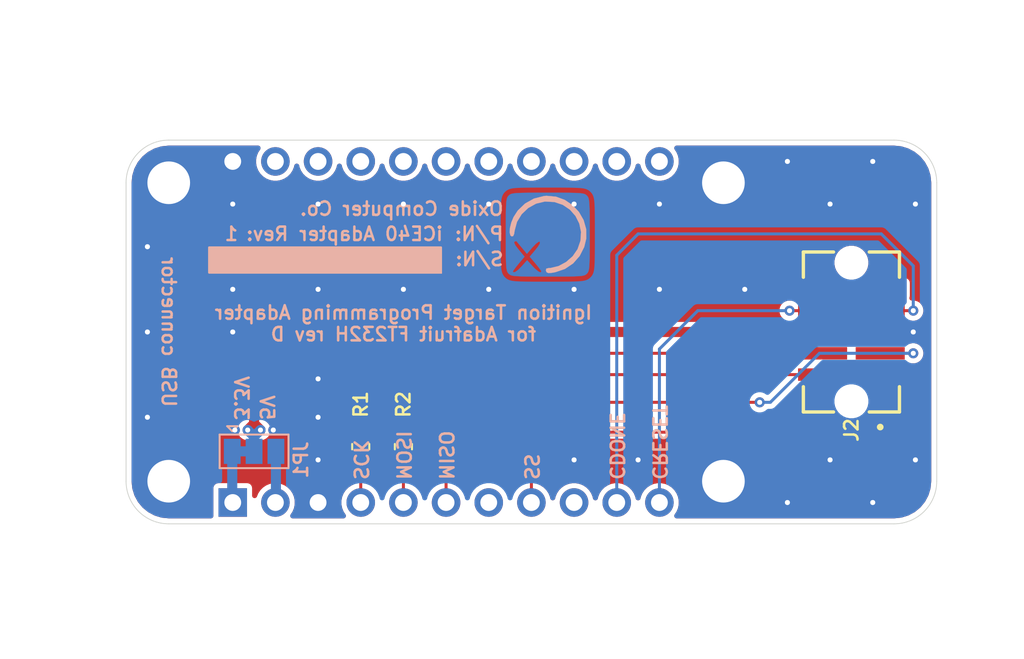
<source format=kicad_pcb>
(kicad_pcb (version 20171130) (host pcbnew "(5.1.10-1-10_14)")

  (general
    (thickness 1.6)
    (drawings 26)
    (tracks 84)
    (zones 0)
    (modules 11)
    (nets 27)
  )

  (page A4)
  (layers
    (0 F.Cu signal)
    (1 In1.Cu power)
    (2 In2.Cu power)
    (31 B.Cu signal)
    (32 B.Adhes user)
    (33 F.Adhes user)
    (34 B.Paste user)
    (35 F.Paste user)
    (36 B.SilkS user)
    (37 F.SilkS user)
    (38 B.Mask user)
    (39 F.Mask user)
    (40 Dwgs.User user)
    (41 Cmts.User user)
    (42 Eco1.User user)
    (43 Eco2.User user)
    (44 Edge.Cuts user)
    (45 Margin user)
    (46 B.CrtYd user)
    (47 F.CrtYd user)
    (48 B.Fab user)
    (49 F.Fab user)
  )

  (setup
    (last_trace_width 0.1778)
    (user_trace_width 0.6)
    (trace_clearance 0.15)
    (zone_clearance 0.3)
    (zone_45_only no)
    (trace_min 0.15)
    (via_size 0.6)
    (via_drill 0.3)
    (via_min_size 0.5)
    (via_min_drill 0.3)
    (uvia_size 0.3)
    (uvia_drill 0.1)
    (uvias_allowed no)
    (uvia_min_size 0.2)
    (uvia_min_drill 0.1)
    (edge_width 0.05)
    (segment_width 0.2)
    (pcb_text_width 0.3)
    (pcb_text_size 1.5 1.5)
    (mod_edge_width 0.12)
    (mod_text_size 1 1)
    (mod_text_width 0.15)
    (pad_size 3.556 3.556)
    (pad_drill 2.54)
    (pad_to_mask_clearance 0)
    (aux_axis_origin 0 0)
    (visible_elements FFFFFF7F)
    (pcbplotparams
      (layerselection 0x010fc_ffffffff)
      (usegerberextensions false)
      (usegerberattributes true)
      (usegerberadvancedattributes true)
      (creategerberjobfile true)
      (excludeedgelayer true)
      (linewidth 0.100000)
      (plotframeref false)
      (viasonmask false)
      (mode 1)
      (useauxorigin false)
      (hpglpennumber 1)
      (hpglpenspeed 20)
      (hpglpendiameter 15.000000)
      (psnegative false)
      (psa4output false)
      (plotreference true)
      (plotvalue true)
      (plotinvisibletext false)
      (padsonsilk false)
      (subtractmaskfromsilk false)
      (outputformat 1)
      (mirror false)
      (drillshape 1)
      (scaleselection 1)
      (outputdirectory ""))
  )

  (net 0 "")
  (net 1 "Net-(J1-Pad17)")
  (net 2 "Net-(J1-Pad13)")
  (net 3 "Net-(J1-Pad20)")
  (net 4 "Net-(J1-Pad18)")
  (net 5 "Net-(J1-Pad14)")
  (net 6 "Net-(J1-Pad16)")
  (net 7 "Net-(J1-Pad15)")
  (net 8 "Net-(J1-Pad21)")
  (net 9 "Net-(J1-Pad12)")
  (net 10 "Net-(J1-Pad19)")
  (net 11 GND)
  (net 12 /~CRESET)
  (net 13 /CDONE)
  (net 14 "Net-(J1-Pad9)")
  (net 15 /~SPI_SS)
  (net 16 "Net-(J1-Pad7)")
  (net 17 /SPI_MISO)
  (net 18 "Net-(J1-Pad5)")
  (net 19 "Net-(J1-Pad4)")
  (net 20 "Net-(J2-Pad10)")
  (net 21 "Net-(J2-Pad9)")
  (net 22 /SPI_SCK)
  (net 23 /SPI_MOSI)
  (net 24 "Net-(J1-Pad2)")
  (net 25 "Net-(J1-Pad1)")
  (net 26 /VCC)

  (net_class Default "This is the default net class."
    (clearance 0.15)
    (trace_width 0.1778)
    (via_dia 0.6)
    (via_drill 0.3)
    (uvia_dia 0.3)
    (uvia_drill 0.1)
    (add_net /CDONE)
    (add_net /SPI_MISO)
    (add_net /SPI_MOSI)
    (add_net /SPI_SCK)
    (add_net /VCC)
    (add_net /~CRESET)
    (add_net /~SPI_SS)
    (add_net GND)
    (add_net "Net-(J1-Pad1)")
    (add_net "Net-(J1-Pad12)")
    (add_net "Net-(J1-Pad13)")
    (add_net "Net-(J1-Pad14)")
    (add_net "Net-(J1-Pad15)")
    (add_net "Net-(J1-Pad16)")
    (add_net "Net-(J1-Pad17)")
    (add_net "Net-(J1-Pad18)")
    (add_net "Net-(J1-Pad19)")
    (add_net "Net-(J1-Pad2)")
    (add_net "Net-(J1-Pad20)")
    (add_net "Net-(J1-Pad21)")
    (add_net "Net-(J1-Pad4)")
    (add_net "Net-(J1-Pad5)")
    (add_net "Net-(J1-Pad7)")
    (add_net "Net-(J1-Pad9)")
    (add_net "Net-(J2-Pad10)")
    (add_net "Net-(J2-Pad9)")
  )

  (module mechanical:MountingHole_100mils_Pad (layer F.Cu) (tedit 60E5F967) (tstamp 60E81238)
    (at 156.21 90.17)
    (descr "Mounting Hole 2.5mm")
    (tags "mounting hole 2.5mm")
    (path /60E6282D)
    (attr virtual)
    (fp_text reference H4 (at 0 -3.5) (layer F.SilkS) hide
      (effects (font (size 1 1) (thickness 0.15)))
    )
    (fp_text value MountingHole_Pad (at 0 3.5) (layer F.Fab)
      (effects (font (size 1 1) (thickness 0.15)))
    )
    (fp_text user %R (at 0.3 0) (layer F.Fab)
      (effects (font (size 1 1) (thickness 0.15)))
    )
    (fp_circle (center 0 0) (end 1.778 0) (layer Cmts.User) (width 0.15))
    (fp_circle (center 0 0) (end 1.878 0) (layer F.CrtYd) (width 0.05))
    (pad 1 thru_hole circle (at 0 0) (size 3.556 3.556) (drill 2.54) (layers *.Cu *.Mask)
      (net 11 GND))
  )

  (module mechanical:MountingHole_100mils_Pad (layer F.Cu) (tedit 60E5F967) (tstamp 60E81223)
    (at 156.21 107.95)
    (descr "Mounting Hole 2.5mm")
    (tags "mounting hole 2.5mm")
    (path /60E624B8)
    (attr virtual)
    (fp_text reference H3 (at 1.55 0) (layer F.SilkS) hide
      (effects (font (size 1 1) (thickness 0.15)))
    )
    (fp_text value MountingHole_Pad (at 0 3.5) (layer F.Fab)
      (effects (font (size 1 1) (thickness 0.15)))
    )
    (fp_text user %R (at 0.3 0) (layer F.Fab)
      (effects (font (size 1 1) (thickness 0.15)))
    )
    (fp_circle (center 0 0) (end 1.778 0) (layer Cmts.User) (width 0.15))
    (fp_circle (center 0 0) (end 1.878 0) (layer F.CrtYd) (width 0.05))
    (pad 1 thru_hole circle (at 0 0) (size 3.556 3.556) (drill 2.54) (layers *.Cu *.Mask)
      (net 11 GND))
  )

  (module mechanical:MountingHole_100mils_Pad (layer F.Cu) (tedit 60E5F967) (tstamp 60E8120E)
    (at 123.19 107.95)
    (descr "Mounting Hole 2.5mm")
    (tags "mounting hole 2.5mm")
    (path /60E620A0)
    (attr virtual)
    (fp_text reference H2 (at 0 -3.5) (layer F.SilkS) hide
      (effects (font (size 1 1) (thickness 0.15)))
    )
    (fp_text value MountingHole_Pad (at 0 3.5) (layer F.Fab)
      (effects (font (size 1 1) (thickness 0.15)))
    )
    (fp_text user %R (at 0.3 0) (layer F.Fab)
      (effects (font (size 1 1) (thickness 0.15)))
    )
    (fp_circle (center 0 0) (end 1.778 0) (layer Cmts.User) (width 0.15))
    (fp_circle (center 0 0) (end 1.878 0) (layer F.CrtYd) (width 0.05))
    (pad 1 thru_hole circle (at 0 0) (size 3.556 3.556) (drill 2.54) (layers *.Cu *.Mask)
      (net 11 GND))
  )

  (module mechanical:MountingHole_100mils_Pad (layer F.Cu) (tedit 60E5F967) (tstamp 60E811F9)
    (at 123.19 90.17)
    (descr "Mounting Hole 2.5mm")
    (tags "mounting hole 2.5mm")
    (path /60E61741)
    (attr virtual)
    (fp_text reference H1 (at 0 -3.5) (layer F.SilkS) hide
      (effects (font (size 1 1) (thickness 0.15)))
    )
    (fp_text value MountingHole_Pad (at 0 3.5) (layer F.Fab)
      (effects (font (size 1 1) (thickness 0.15)))
    )
    (fp_text user %R (at 0.3 0) (layer F.Fab)
      (effects (font (size 1 1) (thickness 0.15)))
    )
    (fp_circle (center 0 0) (end 1.778 0) (layer Cmts.User) (width 0.15))
    (fp_circle (center 0 0) (end 1.878 0) (layer F.CrtYd) (width 0.05))
    (pad 1 thru_hole circle (at 0 0) (size 3.556 3.556) (drill 2.54) (layers *.Cu *.Mask)
      (net 11 GND))
  )

  (module Jumper:SolderJumper-3_P1.3mm_Bridged12_Pad1.0x1.5mm (layer B.Cu) (tedit 5C756B4C) (tstamp 60E8141A)
    (at 128.27 106.172)
    (descr "SMD Solder 3-pad Jumper, 1x1.5mm Pads, 0.3mm gap, pads 1-2 bridged with 1 copper strip")
    (tags "solder jumper open")
    (path /60E7F5EC)
    (attr virtual)
    (fp_text reference JP1 (at 2.794 0.508 -90) (layer B.SilkS)
      (effects (font (size 0.8 0.8) (thickness 0.15)) (justify mirror))
    )
    (fp_text value SolderJumper_3_Bridged12 (at 0 -2) (layer B.Fab)
      (effects (font (size 1 1) (thickness 0.15)) (justify mirror))
    )
    (fp_line (start -1.3 -1.2) (end -1 -1.5) (layer B.SilkS) (width 0.12))
    (fp_line (start -1.6 -1.5) (end -1 -1.5) (layer B.SilkS) (width 0.12))
    (fp_line (start -1.3 -1.2) (end -1.6 -1.5) (layer B.SilkS) (width 0.12))
    (fp_line (start -2.05 -1) (end -2.05 1) (layer B.SilkS) (width 0.12))
    (fp_line (start 2.05 -1) (end -2.05 -1) (layer B.SilkS) (width 0.12))
    (fp_line (start 2.05 1) (end 2.05 -1) (layer B.SilkS) (width 0.12))
    (fp_line (start -2.05 1) (end 2.05 1) (layer B.SilkS) (width 0.12))
    (fp_line (start -2.3 1.25) (end 2.3 1.25) (layer B.CrtYd) (width 0.05))
    (fp_line (start -2.3 1.25) (end -2.3 -1.25) (layer B.CrtYd) (width 0.05))
    (fp_line (start 2.3 -1.25) (end 2.3 1.25) (layer B.CrtYd) (width 0.05))
    (fp_line (start 2.3 -1.25) (end -2.3 -1.25) (layer B.CrtYd) (width 0.05))
    (fp_poly (pts (xy -0.9 0.3) (xy -0.4 0.3) (xy -0.4 -0.3) (xy -0.9 -0.3)) (layer B.Cu) (width 0))
    (pad 2 smd rect (at 0 0) (size 1 1.5) (layers B.Cu B.Mask)
      (net 26 /VCC))
    (pad 3 smd rect (at 1.3 0) (size 1 1.5) (layers B.Cu B.Mask)
      (net 24 "Net-(J1-Pad2)"))
    (pad 1 smd rect (at -1.3 0) (size 1 1.5) (layers B.Cu B.Mask)
      (net 25 "Net-(J1-Pad1)"))
  )

  (module grumpy:Oxide_Board_Identifier_23x6mm (layer B.Cu) (tedit 5FD27B71) (tstamp 60E813CD)
    (at 145.796 93.218 180)
    (path /60E7067F)
    (attr virtual)
    (fp_text reference FID2 (at 0 0) (layer B.SilkS) hide
      (effects (font (size 1.524 1.524) (thickness 0.3)) (justify mirror))
    )
    (fp_text value "iCE40 Adapter" (at 6.2 0) (layer B.SilkS)
      (effects (font (size 0.8 0.8) (thickness 0.15)) (justify left mirror))
    )
    (fp_poly (pts (xy 0.704515 2.45469) (xy 1.218284 2.451747) (xy 1.60456 2.444981) (xy 1.884261 2.432873)
      (xy 2.078307 2.413899) (xy 2.207617 2.38654) (xy 2.29311 2.349273) (xy 2.355705 2.300577)
      (xy 2.370667 2.286) (xy 2.422552 2.225915) (xy 2.462617 2.14832) (xy 2.492382 2.032294)
      (xy 2.51337 1.856921) (xy 2.527101 1.601279) (xy 2.535097 1.244451) (xy 2.53888 0.765516)
      (xy 2.53997 0.143557) (xy 2.54 -0.042333) (xy 2.539357 -0.704515) (xy 2.536413 -1.218284)
      (xy 2.529648 -1.60456) (xy 2.517539 -1.884261) (xy 2.498566 -2.078307) (xy 2.471206 -2.207617)
      (xy 2.433939 -2.29311) (xy 2.385244 -2.355705) (xy 2.370667 -2.370667) (xy 2.310581 -2.422552)
      (xy 2.232986 -2.462617) (xy 2.116961 -2.492382) (xy 1.941587 -2.51337) (xy 1.685945 -2.527101)
      (xy 1.329117 -2.535097) (xy 0.850183 -2.53888) (xy 0.228224 -2.53997) (xy 0.042333 -2.54)
      (xy -0.619848 -2.539357) (xy -1.133618 -2.536413) (xy -1.519893 -2.529648) (xy -1.799595 -2.517539)
      (xy -1.993641 -2.498566) (xy -2.122951 -2.471206) (xy -2.208444 -2.433939) (xy -2.271038 -2.385244)
      (xy -2.286 -2.370667) (xy -2.337886 -2.310581) (xy -2.37795 -2.232986) (xy -2.407716 -2.116961)
      (xy -2.428703 -1.941587) (xy -2.442435 -1.685945) (xy -2.450431 -1.329117) (xy -2.454213 -0.850183)
      (xy -2.455303 -0.228224) (xy -2.455333 -0.042333) (xy -2.455161 0.135609) (xy -2.192676 0.135609)
      (xy -2.17935 -0.367728) (xy -2.05871 -0.858021) (xy -1.828494 -1.313049) (xy -1.486437 -1.710592)
      (xy -1.030277 -2.028428) (xy -0.593215 -2.206892) (xy -0.329786 -2.263933) (xy -0.087098 -2.279007)
      (xy 0.088442 -2.253785) (xy 0.107406 -2.23425) (xy 0.423333 -2.23425) (xy 0.472895 -2.293263)
      (xy 0.60785 -2.232464) (xy 0.807605 -2.064105) (xy 0.941232 -1.926167) (xy 1.270472 -1.566333)
      (xy 1.590045 -1.926167) (xy 1.806858 -2.143318) (xy 1.982616 -2.269271) (xy 2.092403 -2.289451)
      (xy 2.116667 -2.23425) (xy 2.06634 -2.147365) (xy 1.935048 -1.971855) (xy 1.770116 -1.768583)
      (xy 1.423565 -1.354667) (xy 1.772554 -0.937837) (xy 1.96367 -0.685071) (xy 2.043768 -0.519579)
      (xy 2.028805 -0.463692) (xy 1.925292 -0.429149) (xy 1.908551 -0.436022) (xy 1.843517 -0.512409)
      (xy 1.705078 -0.677845) (xy 1.582158 -0.825562) (xy 1.283281 -1.185458) (xy 0.947994 -0.793206)
      (xy 0.742611 -0.57978) (xy 0.584158 -0.467212) (xy 0.515582 -0.460981) (xy 0.507116 -0.559812)
      (xy 0.629644 -0.763656) (xy 0.767445 -0.937837) (xy 1.116435 -1.354667) (xy 0.769884 -1.768583)
      (xy 0.590583 -1.990253) (xy 0.465372 -2.15941) (xy 0.423333 -2.23425) (xy 0.107406 -2.23425)
      (xy 0.150426 -2.189938) (xy 0.148179 -2.180205) (xy 0.050205 -2.106562) (xy -0.157891 -2.040652)
      (xy -0.281971 -2.017925) (xy -0.806891 -1.866417) (xy -1.244611 -1.591257) (xy -1.586605 -1.218739)
      (xy -1.824348 -0.775157) (xy -1.949313 -0.286806) (xy -1.952977 0.22002) (xy -1.826812 0.719026)
      (xy -1.562295 1.183918) (xy -1.385455 1.385455) (xy -0.934772 1.724574) (xy -0.425358 1.920044)
      (xy 0.111358 1.971545) (xy 0.643942 1.87876) (xy 1.140963 1.641372) (xy 1.42539 1.413876)
      (xy 1.756545 1.021913) (xy 1.951767 0.591173) (xy 2.019743 0.269259) (xy 2.078874 0.017716)
      (xy 2.15599 -0.126666) (xy 2.229526 -0.14928) (xy 2.277916 -0.035525) (xy 2.286 0.088955)
      (xy 2.228139 0.561312) (xy 2.043387 0.993732) (xy 1.714987 1.422014) (xy 1.611977 1.529126)
      (xy 1.18701 1.890004) (xy 0.756202 2.104977) (xy 0.271262 2.192068) (xy -0.145819 2.185164)
      (xy -0.728837 2.070208) (xy -1.218122 1.834969) (xy -1.611413 1.501669) (xy -1.906444 1.092528)
      (xy -2.100953 0.629768) (xy -2.192676 0.135609) (xy -2.455161 0.135609) (xy -2.45469 0.619848)
      (xy -2.451747 1.133618) (xy -2.444981 1.519893) (xy -2.432873 1.799595) (xy -2.413899 1.993641)
      (xy -2.38654 2.122951) (xy -2.349273 2.208444) (xy -2.300577 2.271038) (xy -2.286 2.286)
      (xy -2.225915 2.337886) (xy -2.14832 2.37795) (xy -2.032294 2.407716) (xy -1.856921 2.428703)
      (xy -1.601279 2.442435) (xy -1.244451 2.450431) (xy -0.765516 2.454213) (xy -0.143557 2.455303)
      (xy 0.042333 2.455333) (xy 0.704515 2.45469)) (layer B.Cu) (width 0.01))
    (fp_poly (pts (xy 0.704515 2.45469) (xy 1.218284 2.451747) (xy 1.60456 2.444981) (xy 1.884261 2.432873)
      (xy 2.078307 2.413899) (xy 2.207617 2.38654) (xy 2.29311 2.349273) (xy 2.355705 2.300577)
      (xy 2.370667 2.286) (xy 2.422552 2.225915) (xy 2.462617 2.14832) (xy 2.492382 2.032294)
      (xy 2.51337 1.856921) (xy 2.527101 1.601279) (xy 2.535097 1.244451) (xy 2.53888 0.765516)
      (xy 2.53997 0.143557) (xy 2.54 -0.042333) (xy 2.539357 -0.704515) (xy 2.536413 -1.218284)
      (xy 2.529648 -1.60456) (xy 2.517539 -1.884261) (xy 2.498566 -2.078307) (xy 2.471206 -2.207617)
      (xy 2.433939 -2.29311) (xy 2.385244 -2.355705) (xy 2.370667 -2.370667) (xy 2.310581 -2.422552)
      (xy 2.232986 -2.462617) (xy 2.116961 -2.492382) (xy 1.941587 -2.51337) (xy 1.685945 -2.527101)
      (xy 1.329117 -2.535097) (xy 0.850183 -2.53888) (xy 0.228224 -2.53997) (xy 0.042333 -2.54)
      (xy -0.619848 -2.539357) (xy -1.133618 -2.536413) (xy -1.519893 -2.529648) (xy -1.799595 -2.517539)
      (xy -1.993641 -2.498566) (xy -2.122951 -2.471206) (xy -2.208444 -2.433939) (xy -2.271038 -2.385244)
      (xy -2.286 -2.370667) (xy -2.337886 -2.310581) (xy -2.37795 -2.232986) (xy -2.407716 -2.116961)
      (xy -2.428703 -1.941587) (xy -2.442435 -1.685945) (xy -2.450431 -1.329117) (xy -2.454213 -0.850183)
      (xy -2.455303 -0.228224) (xy -2.455333 -0.042333) (xy -2.455161 0.135609) (xy -2.192676 0.135609)
      (xy -2.17935 -0.367728) (xy -2.05871 -0.858021) (xy -1.828494 -1.313049) (xy -1.486437 -1.710592)
      (xy -1.030277 -2.028428) (xy -0.593215 -2.206892) (xy -0.329786 -2.263933) (xy -0.087098 -2.279007)
      (xy 0.088442 -2.253785) (xy 0.107406 -2.23425) (xy 0.423333 -2.23425) (xy 0.472895 -2.293263)
      (xy 0.60785 -2.232464) (xy 0.807605 -2.064105) (xy 0.941232 -1.926167) (xy 1.270472 -1.566333)
      (xy 1.590045 -1.926167) (xy 1.806858 -2.143318) (xy 1.982616 -2.269271) (xy 2.092403 -2.289451)
      (xy 2.116667 -2.23425) (xy 2.06634 -2.147365) (xy 1.935048 -1.971855) (xy 1.770116 -1.768583)
      (xy 1.423565 -1.354667) (xy 1.772554 -0.937837) (xy 1.96367 -0.685071) (xy 2.043768 -0.519579)
      (xy 2.028805 -0.463692) (xy 1.925292 -0.429149) (xy 1.908551 -0.436022) (xy 1.843517 -0.512409)
      (xy 1.705078 -0.677845) (xy 1.582158 -0.825562) (xy 1.283281 -1.185458) (xy 0.947994 -0.793206)
      (xy 0.742611 -0.57978) (xy 0.584158 -0.467212) (xy 0.515582 -0.460981) (xy 0.507116 -0.559812)
      (xy 0.629644 -0.763656) (xy 0.767445 -0.937837) (xy 1.116435 -1.354667) (xy 0.769884 -1.768583)
      (xy 0.590583 -1.990253) (xy 0.465372 -2.15941) (xy 0.423333 -2.23425) (xy 0.107406 -2.23425)
      (xy 0.150426 -2.189938) (xy 0.148179 -2.180205) (xy 0.050205 -2.106562) (xy -0.157891 -2.040652)
      (xy -0.281971 -2.017925) (xy -0.806891 -1.866417) (xy -1.244611 -1.591257) (xy -1.586605 -1.218739)
      (xy -1.824348 -0.775157) (xy -1.949313 -0.286806) (xy -1.952977 0.22002) (xy -1.826812 0.719026)
      (xy -1.562295 1.183918) (xy -1.385455 1.385455) (xy -0.934772 1.724574) (xy -0.425358 1.920044)
      (xy 0.111358 1.971545) (xy 0.643942 1.87876) (xy 1.140963 1.641372) (xy 1.42539 1.413876)
      (xy 1.756545 1.021913) (xy 1.951767 0.591173) (xy 2.019743 0.269259) (xy 2.078874 0.017716)
      (xy 2.15599 -0.126666) (xy 2.229526 -0.14928) (xy 2.277916 -0.035525) (xy 2.286 0.088955)
      (xy 2.228139 0.561312) (xy 2.043387 0.993732) (xy 1.714987 1.422014) (xy 1.611977 1.529126)
      (xy 1.18701 1.890004) (xy 0.756202 2.104977) (xy 0.271262 2.192068) (xy -0.145819 2.185164)
      (xy -0.728837 2.070208) (xy -1.218122 1.834969) (xy -1.611413 1.501669) (xy -1.906444 1.092528)
      (xy -2.100953 0.629768) (xy -2.192676 0.135609) (xy -2.455161 0.135609) (xy -2.45469 0.619848)
      (xy -2.451747 1.133618) (xy -2.444981 1.519893) (xy -2.432873 1.799595) (xy -2.413899 1.993641)
      (xy -2.38654 2.122951) (xy -2.349273 2.208444) (xy -2.300577 2.271038) (xy -2.286 2.286)
      (xy -2.225915 2.337886) (xy -2.14832 2.37795) (xy -2.032294 2.407716) (xy -1.856921 2.428703)
      (xy -1.601279 2.442435) (xy -1.244451 2.450431) (xy -0.765516 2.454213) (xy -0.143557 2.455303)
      (xy 0.042333 2.455333) (xy 0.704515 2.45469)) (layer B.Mask) (width 0.01))
    (fp_poly (pts (xy 0.26235 2.25846) (xy 0.861672 2.106435) (xy 1.39325 1.810614) (xy 1.830187 1.389583)
      (xy 2.079847 1.002348) (xy 2.212608 0.680538) (xy 2.290443 0.364563) (xy 2.309486 0.094219)
      (xy 2.265874 -0.090695) (xy 2.191629 -0.149001) (xy 2.10004 -0.126875) (xy 2.042525 0.007935)
      (xy 2.011131 0.211197) (xy 1.873039 0.718964) (xy 1.596304 1.171625) (xy 1.209265 1.542198)
      (xy 0.740261 1.8037) (xy 0.21763 1.929151) (xy 0.20571 1.930179) (xy -0.353488 1.901078)
      (xy -0.852785 1.732163) (xy -1.276572 1.446299) (xy -1.609245 1.066347) (xy -1.835196 0.61517)
      (xy -1.93882 0.11563) (xy -1.904511 -0.409409) (xy -1.731528 -0.907817) (xy -1.443787 -1.325889)
      (xy -1.053018 -1.670791) (xy -0.602379 -1.914085) (xy -0.135028 -2.027331) (xy -0.025481 -2.032)
      (xy 0.130533 -2.067493) (xy 0.154375 -2.17315) (xy 0.110304 -2.283722) (xy 0.008504 -2.329613)
      (xy -0.189973 -2.318126) (xy -0.410907 -2.279151) (xy -0.978729 -2.086115) (xy -1.467913 -1.756207)
      (xy -1.858165 -1.311522) (xy -2.129191 -0.774153) (xy -2.248367 -0.278814) (xy -2.243722 0.288071)
      (xy -2.091749 0.824057) (xy -1.814218 1.307143) (xy -1.432902 1.715328) (xy -0.969569 2.02661)
      (xy -0.445993 2.218988) (xy 0.116058 2.27046) (xy 0.26235 2.25846)) (layer B.SilkS) (width 0.01))
    (fp_poly (pts (xy 20.2 -2.305) (xy 6.4 -2.305) (xy 6.4 -0.805) (xy 20.2 -0.805)) (layer B.SilkS) (width 0.127))
    (fp_line (start -2.6 3) (end 20.4 3) (layer B.CrtYd) (width 0.12))
    (fp_line (start 20.4 3) (end 20.4 -3) (layer B.CrtYd) (width 0.12))
    (fp_line (start 20.4 -3) (end -2.6 -3) (layer B.CrtYd) (width 0.12))
    (fp_line (start -2.6 -3) (end -2.6 3) (layer B.CrtYd) (width 0.12))
    (fp_text user 1 (at 18.4 0) (layer B.SilkS)
      (effects (font (size 0.8 0.8) (thickness 0.15)) (justify left mirror))
    )
    (fp_text user Rev: (at 15.4 0) (layer B.SilkS)
      (effects (font (size 0.8 0.8) (thickness 0.15)) (justify left mirror))
    )
    (fp_text user "Oxide Computer Co." (at 2.6 1.5) (layer B.SilkS)
      (effects (font (size 0.8 0.8) (thickness 0.15)) (justify left mirror))
    )
    (fp_text user S/N: (at 2.6 -1.5) (layer B.SilkS)
      (effects (font (size 0.8 0.8) (thickness 0.15)) (justify left mirror))
    )
    (fp_text user P/N: (at 2.6 0) (layer B.SilkS)
      (effects (font (size 0.8 0.8) (thickness 0.15)) (justify left mirror))
    )
  )

  (module Fiducial:Fiducial_0.5mm_Mask1mm (layer F.Cu) (tedit 5C18CB26) (tstamp 60E813F4)
    (at 165.1 90.17)
    (descr "Circular Fiducial, 0.5mm bare copper, 1mm soldermask opening (Level C)")
    (tags fiducial)
    (path /60E6FD21)
    (attr smd)
    (fp_text reference FID1 (at 0 -1.5) (layer F.SilkS) hide
      (effects (font (size 1 1) (thickness 0.15)))
    )
    (fp_text value Fiducial (at 0 1.5) (layer F.Fab)
      (effects (font (size 1 1) (thickness 0.15)))
    )
    (fp_circle (center 0 0) (end 0.5 0) (layer F.Fab) (width 0.1))
    (fp_circle (center 0 0) (end 0.75 0) (layer F.CrtYd) (width 0.05))
    (fp_text user %R (at 0 0) (layer F.Fab)
      (effects (font (size 0.2 0.2) (thickness 0.04)))
    )
    (pad "" smd circle (at 0 0) (size 0.5 0.5) (layers F.Cu F.Mask)
      (solder_mask_margin 0.25) (clearance 0.25))
  )

  (module adafruit:ADAFRUIT_FT232H_REVD (layer F.Cu) (tedit 60E69FCA) (tstamp 60E81284)
    (at 127 109.22 90)
    (descr "Adafruit FT232H")
    (tags "adafruit adapter ftdi")
    (path /60E546BE)
    (fp_text reference J1 (at 2.54 0 90) (layer F.SilkS) hide
      (effects (font (size 1 1) (thickness 0.15)))
    )
    (fp_text value ADAFRUIT_FT232H_REV_D (at 0 27.73 90) (layer F.Fab)
      (effects (font (size 1 1) (thickness 0.15)))
    )
    (fp_line (start -1.8 -1.8) (end -1.8 27.2) (layer F.CrtYd) (width 0.05))
    (fp_line (start -1.8 27.2) (end 1.8 27.2) (layer F.CrtYd) (width 0.05))
    (fp_line (start 1.8 27.2) (end 1.8 -1.8) (layer F.CrtYd) (width 0.05))
    (fp_line (start 1.8 -1.8) (end -1.8 -1.8) (layer F.CrtYd) (width 0.05))
    (fp_line (start 22.12 -1.8) (end 18.52 -1.8) (layer F.CrtYd) (width 0.05))
    (fp_line (start 18.52 27.2) (end 22.12 27.2) (layer F.CrtYd) (width 0.05))
    (fp_line (start 18.52 -1.8) (end 18.52 27.2) (layer F.CrtYd) (width 0.05))
    (fp_line (start 22.12 27.2) (end 22.12 -1.8) (layer F.CrtYd) (width 0.05))
    (fp_text user %R (at 20.32 12.7) (layer F.Fab)
      (effects (font (size 1 1) (thickness 0.15)))
    )
    (fp_text user %R (at 0 12.7) (layer F.Fab)
      (effects (font (size 1 1) (thickness 0.15)))
    )
    (pad 17 thru_hole oval (at 20.32 12.7 90) (size 1.7 1.7) (drill 1) (layers *.Cu *.Mask)
      (net 1 "Net-(J1-Pad17)"))
    (pad 13 thru_hole oval (at 20.32 22.86 90) (size 1.7 1.7) (drill 1) (layers *.Cu *.Mask)
      (net 2 "Net-(J1-Pad13)"))
    (pad 20 thru_hole oval (at 20.32 5.08 90) (size 1.7 1.7) (drill 1) (layers *.Cu *.Mask)
      (net 3 "Net-(J1-Pad20)"))
    (pad 18 thru_hole oval (at 20.32 10.16 90) (size 1.7 1.7) (drill 1) (layers *.Cu *.Mask)
      (net 4 "Net-(J1-Pad18)"))
    (pad 14 thru_hole oval (at 20.32 20.32 90) (size 1.7 1.7) (drill 1) (layers *.Cu *.Mask)
      (net 5 "Net-(J1-Pad14)"))
    (pad 16 thru_hole oval (at 20.32 15.24 90) (size 1.7 1.7) (drill 1) (layers *.Cu *.Mask)
      (net 6 "Net-(J1-Pad16)"))
    (pad 15 thru_hole oval (at 20.32 17.78 90) (size 1.7 1.7) (drill 1) (layers *.Cu *.Mask)
      (net 7 "Net-(J1-Pad15)"))
    (pad 21 thru_hole oval (at 20.32 2.54 90) (size 1.7 1.7) (drill 1) (layers *.Cu *.Mask)
      (net 8 "Net-(J1-Pad21)"))
    (pad 12 thru_hole oval (at 20.32 25.4 90) (size 1.7 1.7) (drill 1) (layers *.Cu *.Mask)
      (net 9 "Net-(J1-Pad12)"))
    (pad 19 thru_hole oval (at 20.32 7.62 90) (size 1.7 1.7) (drill 1) (layers *.Cu *.Mask)
      (net 10 "Net-(J1-Pad19)"))
    (pad 22 thru_hole oval (at 20.32 0 90) (size 1.7 1.7) (drill 1) (layers *.Cu *.Mask)
      (net 11 GND))
    (pad 11 thru_hole oval (at 0 25.4 90) (size 1.7 1.7) (drill 1) (layers *.Cu *.Mask)
      (net 12 /~CRESET))
    (pad 10 thru_hole oval (at 0 22.86 90) (size 1.7 1.7) (drill 1) (layers *.Cu *.Mask)
      (net 13 /CDONE))
    (pad 9 thru_hole oval (at 0 20.32 90) (size 1.7 1.7) (drill 1) (layers *.Cu *.Mask)
      (net 14 "Net-(J1-Pad9)"))
    (pad 8 thru_hole oval (at 0 17.78 90) (size 1.7 1.7) (drill 1) (layers *.Cu *.Mask)
      (net 15 /~SPI_SS))
    (pad 7 thru_hole oval (at 0 15.24 90) (size 1.7 1.7) (drill 1) (layers *.Cu *.Mask)
      (net 16 "Net-(J1-Pad7)"))
    (pad 6 thru_hole oval (at 0 12.7 90) (size 1.7 1.7) (drill 1) (layers *.Cu *.Mask)
      (net 17 /SPI_MISO))
    (pad 5 thru_hole oval (at 0 10.16 90) (size 1.7 1.7) (drill 1) (layers *.Cu *.Mask)
      (net 18 "Net-(J1-Pad5)"))
    (pad 4 thru_hole oval (at 0 7.62 90) (size 1.7 1.7) (drill 1) (layers *.Cu *.Mask)
      (net 19 "Net-(J1-Pad4)"))
    (pad 3 thru_hole oval (at 0 5.08 90) (size 1.7 1.7) (drill 1) (layers *.Cu *.Mask)
      (net 11 GND))
    (pad 2 thru_hole oval (at 0 2.54 90) (size 1.7 1.7) (drill 1) (layers *.Cu *.Mask)
      (net 24 "Net-(J1-Pad2)"))
    (pad 1 thru_hole rect (at 0 0 90) (size 1.7 1.7) (drill 1) (layers *.Cu *.Mask)
      (net 25 "Net-(J1-Pad1)"))
    (model ${KISYS3DMOD}/Connector_PinSocket_2.54mm.3dshapes/PinSocket_1x11_P2.54mm_Vertical.step
      (at (xyz 0 0 0))
      (scale (xyz 1 1 1))
      (rotate (xyz 0 0 0))
    )
    (model ${KISYS3DMOD}/Connector_PinSocket_2.54mm.3dshapes/PinSocket_1x11_P2.54mm_Vertical.step
      (offset (xyz 20.3 0 0))
      (scale (xyz 1 1 1))
      (rotate (xyz 0 0 0))
    )
  )

  (module Resistor_SMD:R_0603_1608Metric (layer F.Cu) (tedit 5B301BBD) (tstamp 60E812DA)
    (at 137.16 105.8925 90)
    (descr "Resistor SMD 0603 (1608 Metric), square (rectangular) end terminal, IPC_7351 nominal, (Body size source: http://www.tortai-tech.com/upload/download/2011102023233369053.pdf), generated with kicad-footprint-generator")
    (tags resistor)
    (path /60E664C5)
    (attr smd)
    (fp_text reference R2 (at 2.5145 0 90) (layer F.SilkS)
      (effects (font (size 0.8 0.8) (thickness 0.15)))
    )
    (fp_text value 22 (at 0 1.43 90) (layer F.Fab)
      (effects (font (size 1 1) (thickness 0.15)))
    )
    (fp_line (start -0.8 0.4) (end -0.8 -0.4) (layer F.Fab) (width 0.1))
    (fp_line (start -0.8 -0.4) (end 0.8 -0.4) (layer F.Fab) (width 0.1))
    (fp_line (start 0.8 -0.4) (end 0.8 0.4) (layer F.Fab) (width 0.1))
    (fp_line (start 0.8 0.4) (end -0.8 0.4) (layer F.Fab) (width 0.1))
    (fp_line (start -0.162779 -0.51) (end 0.162779 -0.51) (layer F.SilkS) (width 0.12))
    (fp_line (start -0.162779 0.51) (end 0.162779 0.51) (layer F.SilkS) (width 0.12))
    (fp_line (start -1.48 0.73) (end -1.48 -0.73) (layer F.CrtYd) (width 0.05))
    (fp_line (start -1.48 -0.73) (end 1.48 -0.73) (layer F.CrtYd) (width 0.05))
    (fp_line (start 1.48 -0.73) (end 1.48 0.73) (layer F.CrtYd) (width 0.05))
    (fp_line (start 1.48 0.73) (end -1.48 0.73) (layer F.CrtYd) (width 0.05))
    (fp_text user %R (at 0 0 90) (layer F.Fab)
      (effects (font (size 0.4 0.4) (thickness 0.06)))
    )
    (pad 2 smd roundrect (at 0.7875 0 90) (size 0.875 0.95) (layers F.Cu F.Paste F.Mask) (roundrect_rratio 0.25)
      (net 23 /SPI_MOSI))
    (pad 1 smd roundrect (at -0.7875 0 90) (size 0.875 0.95) (layers F.Cu F.Paste F.Mask) (roundrect_rratio 0.25)
      (net 18 "Net-(J1-Pad5)"))
    (model ${KISYS3DMOD}/Resistor_SMD.3dshapes/R_0603_1608Metric.wrl
      (at (xyz 0 0 0))
      (scale (xyz 1 1 1))
      (rotate (xyz 0 0 0))
    )
  )

  (module Resistor_SMD:R_0603_1608Metric (layer F.Cu) (tedit 5B301BBD) (tstamp 60E81313)
    (at 134.62 105.8925 90)
    (descr "Resistor SMD 0603 (1608 Metric), square (rectangular) end terminal, IPC_7351 nominal, (Body size source: http://www.tortai-tech.com/upload/download/2011102023233369053.pdf), generated with kicad-footprint-generator")
    (tags resistor)
    (path /60E68D39)
    (attr smd)
    (fp_text reference R1 (at 2.5145 0 90) (layer F.SilkS)
      (effects (font (size 0.8 0.8) (thickness 0.15)))
    )
    (fp_text value 22 (at 0 1.43 90) (layer F.Fab)
      (effects (font (size 1 1) (thickness 0.15)))
    )
    (fp_line (start -0.8 0.4) (end -0.8 -0.4) (layer F.Fab) (width 0.1))
    (fp_line (start -0.8 -0.4) (end 0.8 -0.4) (layer F.Fab) (width 0.1))
    (fp_line (start 0.8 -0.4) (end 0.8 0.4) (layer F.Fab) (width 0.1))
    (fp_line (start 0.8 0.4) (end -0.8 0.4) (layer F.Fab) (width 0.1))
    (fp_line (start -0.162779 -0.51) (end 0.162779 -0.51) (layer F.SilkS) (width 0.12))
    (fp_line (start -0.162779 0.51) (end 0.162779 0.51) (layer F.SilkS) (width 0.12))
    (fp_line (start -1.48 0.73) (end -1.48 -0.73) (layer F.CrtYd) (width 0.05))
    (fp_line (start -1.48 -0.73) (end 1.48 -0.73) (layer F.CrtYd) (width 0.05))
    (fp_line (start 1.48 -0.73) (end 1.48 0.73) (layer F.CrtYd) (width 0.05))
    (fp_line (start 1.48 0.73) (end -1.48 0.73) (layer F.CrtYd) (width 0.05))
    (fp_text user %R (at 0 0 90) (layer F.Fab)
      (effects (font (size 0.4 0.4) (thickness 0.06)))
    )
    (pad 2 smd roundrect (at 0.7875 0 90) (size 0.875 0.95) (layers F.Cu F.Paste F.Mask) (roundrect_rratio 0.25)
      (net 22 /SPI_SCK))
    (pad 1 smd roundrect (at -0.7875 0 90) (size 0.875 0.95) (layers F.Cu F.Paste F.Mask) (roundrect_rratio 0.25)
      (net 19 "Net-(J1-Pad4)"))
    (model ${KISYS3DMOD}/Resistor_SMD.3dshapes/R_0603_1608Metric.wrl
      (at (xyz 0 0 0))
      (scale (xyz 1 1 1))
      (rotate (xyz 0 0 0))
    )
  )

  (module samtec-tfc:TFC-105-02-F-D-A-K (layer F.Cu) (tedit 60D38ACA) (tstamp 60E8135A)
    (at 163.83 99.06 90)
    (path /60E55E24)
    (fp_text reference J2 (at -5.842 0 90) (layer F.SilkS)
      (effects (font (size 0.8 0.8) (thickness 0.15)))
    )
    (fp_text value IGNITION_TARGET_HDR (at 0 5.08 90) (layer F.Fab)
      (effects (font (size 1 1) (thickness 0.15)))
    )
    (fp_circle (center -5.665 1.715) (end -5.565 1.715) (layer F.Fab) (width 0.2))
    (fp_circle (center -5.665 1.715) (end -5.565 1.715) (layer F.SilkS) (width 0.2))
    (fp_line (start 5.265 3.425) (end -5.265 3.425) (layer F.CrtYd) (width 0.05))
    (fp_line (start 5.265 -3.425) (end 5.265 3.425) (layer F.CrtYd) (width 0.05))
    (fp_line (start -5.265 -3.425) (end 5.265 -3.425) (layer F.CrtYd) (width 0.05))
    (fp_line (start -5.265 3.425) (end -5.265 -3.425) (layer F.CrtYd) (width 0.05))
    (fp_line (start 4.765 2.86) (end 4.765 1.06366) (layer F.SilkS) (width 0.2))
    (fp_line (start 4.765 -1.06366) (end 4.765 -2.86) (layer F.SilkS) (width 0.2))
    (fp_line (start -4.765 1.06366) (end -4.765 2.86) (layer F.SilkS) (width 0.2))
    (fp_line (start -4.765 -2.86) (end -4.765 -1.06366) (layer F.SilkS) (width 0.2))
    (fp_line (start -3.26 2.86) (end -4.765 2.86) (layer F.SilkS) (width 0.2))
    (fp_line (start 3.26 2.86) (end 4.765 2.86) (layer F.SilkS) (width 0.2))
    (fp_line (start 3.26 -2.86) (end 4.765 -2.86) (layer F.SilkS) (width 0.2))
    (fp_line (start -4.765 -2.86) (end -3.26 -2.86) (layer F.SilkS) (width 0.2))
    (fp_line (start 4.765 -2.86) (end 4.765 2.86) (layer F.Fab) (width 0.1))
    (fp_line (start -4.765 -2.86) (end 4.765 -2.86) (layer F.Fab) (width 0.1))
    (fp_line (start -4.765 2.86) (end -4.765 -2.86) (layer F.Fab) (width 0.1))
    (fp_line (start 4.765 2.86) (end -4.765 2.86) (layer F.Fab) (width 0.1))
    (fp_line (start 4.765 -2.86) (end 4.765 2.86) (layer F.Fab) (width 0.1))
    (fp_line (start -4.765 -2.86) (end 4.765 -2.86) (layer F.Fab) (width 0.1))
    (fp_line (start -4.765 2.86) (end -4.765 -2.86) (layer F.Fab) (width 0.1))
    (pad 10 smd rect (at 2.54 -1.715 90) (size 0.74 2.92) (layers F.Cu F.Paste F.Mask)
      (net 20 "Net-(J2-Pad10)"))
    (pad 9 smd rect (at 2.54 1.715 90) (size 0.74 2.92) (layers F.Cu F.Paste F.Mask)
      (net 21 "Net-(J2-Pad9)"))
    (pad 8 smd rect (at 1.27 -1.715 90) (size 0.74 2.92) (layers F.Cu F.Paste F.Mask)
      (net 12 /~CRESET))
    (pad 7 smd rect (at 1.27 1.715 90) (size 0.74 2.92) (layers F.Cu F.Paste F.Mask)
      (net 13 /CDONE))
    (pad 6 smd rect (at 0 -1.715 90) (size 0.74 2.92) (layers F.Cu F.Paste F.Mask)
      (net 26 /VCC))
    (pad 5 smd rect (at 0 1.715 90) (size 0.74 2.92) (layers F.Cu F.Paste F.Mask)
      (net 11 GND))
    (pad 4 smd rect (at -1.27 -1.715 90) (size 0.74 2.92) (layers F.Cu F.Paste F.Mask)
      (net 22 /SPI_SCK))
    (pad 3 smd rect (at -1.27 1.715 90) (size 0.74 2.92) (layers F.Cu F.Paste F.Mask)
      (net 17 /SPI_MISO))
    (pad 2 smd rect (at -2.54 -1.715 90) (size 0.74 2.92) (layers F.Cu F.Paste F.Mask)
      (net 23 /SPI_MOSI))
    (pad 1 smd rect (at -2.54 1.715 90) (size 0.74 2.92) (layers F.Cu F.Paste F.Mask)
      (net 15 /~SPI_SS))
    (pad None np_thru_hole circle (at 4.13 0 90) (size 1.42 1.42) (drill 1.42) (layers *.Cu *.Mask))
    (pad None np_thru_hole circle (at -4.13 0 90) (size 1.42 1.42) (drill 1.42) (layers *.Cu *.Mask))
    (model ${KIPRJMOD}/lib/samtec-tfc.pretty/TFC-105-02-F-D-A-K.step
      (at (xyz 0 0 0))
      (scale (xyz 1 1 1))
      (rotate (xyz -90 0 0))
    )
  )

  (dimension 7.62 (width 0.12) (layer Dwgs.User)
    (gr_text "0.3000 in" (at 160.02 83.82) (layer Dwgs.User)
      (effects (font (size 1 1) (thickness 0.15)))
    )
    (feature1 (pts (xy 163.83 90.17) (xy 163.83 84.503579)))
    (feature2 (pts (xy 156.21 90.17) (xy 156.21 84.503579)))
    (crossbar (pts (xy 156.21 85.09) (xy 163.83 85.09)))
    (arrow1a (pts (xy 163.83 85.09) (xy 162.703496 85.676421)))
    (arrow1b (pts (xy 163.83 85.09) (xy 162.703496 84.503579)))
    (arrow2a (pts (xy 156.21 85.09) (xy 157.336504 85.676421)))
    (arrow2b (pts (xy 156.21 85.09) (xy 157.336504 84.503579)))
  )
  (dimension 48.26 (width 0.12) (layer Dwgs.User)
    (gr_text "1.9000 in" (at 144.78 80.01) (layer Dwgs.User)
      (effects (font (size 1 1) (thickness 0.15)))
    )
    (feature1 (pts (xy 168.91 90.17) (xy 168.91 80.693579)))
    (feature2 (pts (xy 120.65 90.17) (xy 120.65 80.693579)))
    (crossbar (pts (xy 120.65 81.28) (xy 168.91 81.28)))
    (arrow1a (pts (xy 168.91 81.28) (xy 167.783496 81.866421)))
    (arrow1b (pts (xy 168.91 81.28) (xy 167.783496 80.693579)))
    (arrow2a (pts (xy 120.65 81.28) (xy 121.776504 81.866421)))
    (arrow2b (pts (xy 120.65 81.28) (xy 121.776504 80.693579)))
  )
  (dimension 33.02 (width 0.12) (layer Dwgs.User)
    (gr_text "1.3000 in" (at 139.7 83.82) (layer Dwgs.User)
      (effects (font (size 1 1) (thickness 0.15)))
    )
    (feature1 (pts (xy 156.21 90.17) (xy 156.21 84.503579)))
    (feature2 (pts (xy 123.19 90.17) (xy 123.19 84.503579)))
    (crossbar (pts (xy 123.19 85.09) (xy 156.21 85.09)))
    (arrow1a (pts (xy 156.21 85.09) (xy 155.083496 85.676421)))
    (arrow1b (pts (xy 156.21 85.09) (xy 155.083496 84.503579)))
    (arrow2a (pts (xy 123.19 85.09) (xy 124.316504 85.676421)))
    (arrow2b (pts (xy 123.19 85.09) (xy 124.316504 84.503579)))
  )
  (dimension 17.78 (width 0.12) (layer Dwgs.User) (tstamp 60E81254)
    (gr_text "0.7000 in" (at 116.84 99.06 90) (layer Dwgs.User) (tstamp 60E81255)
      (effects (font (size 1 1) (thickness 0.15)))
    )
    (feature1 (pts (xy 123.19 90.17) (xy 117.523579 90.17)))
    (feature2 (pts (xy 123.19 107.95) (xy 117.523579 107.95)))
    (crossbar (pts (xy 118.11 107.95) (xy 118.11 90.17)))
    (arrow1a (pts (xy 118.11 90.17) (xy 118.696421 91.296504)))
    (arrow1b (pts (xy 118.11 90.17) (xy 117.523579 91.296504)))
    (arrow2a (pts (xy 118.11 107.95) (xy 118.696421 106.823496)))
    (arrow2b (pts (xy 118.11 107.95) (xy 117.523579 106.823496)))
  )
  (dimension 1.27 (width 0.12) (layer Dwgs.User) (tstamp 60E81404)
    (gr_text "0.0500 in" (at 116.84 89.535 90) (layer Dwgs.User) (tstamp 60E81405)
      (effects (font (size 1 1) (thickness 0.15)))
    )
    (feature1 (pts (xy 123.19 88.9) (xy 117.523579 88.9)))
    (feature2 (pts (xy 123.19 90.17) (xy 117.523579 90.17)))
    (crossbar (pts (xy 118.11 90.17) (xy 118.11 88.9)))
    (arrow1a (pts (xy 118.11 88.9) (xy 118.696421 90.026504)))
    (arrow1b (pts (xy 118.11 88.9) (xy 117.523579 90.026504)))
    (arrow2a (pts (xy 118.11 90.17) (xy 118.696421 89.043496)))
    (arrow2b (pts (xy 118.11 90.17) (xy 117.523579 89.043496)))
  )
  (dimension 8.128 (width 0.12) (layer Dwgs.User) (tstamp 60E81440)
    (gr_text "0.3200 in" (at 172.72 99.06 90) (layer Dwgs.User) (tstamp 60E81441)
      (effects (font (size 1 1) (thickness 0.15)))
    )
    (feature1 (pts (xy 163.83 94.996) (xy 172.036421 94.996)))
    (feature2 (pts (xy 163.83 103.124) (xy 172.036421 103.124)))
    (crossbar (pts (xy 171.45 103.124) (xy 171.45 94.996)))
    (arrow1a (pts (xy 171.45 94.996) (xy 172.036421 96.122504)))
    (arrow1b (pts (xy 171.45 94.996) (xy 170.863579 96.122504)))
    (arrow2a (pts (xy 171.45 103.124) (xy 172.036421 101.997496)))
    (arrow2b (pts (xy 171.45 103.124) (xy 170.863579 101.997496)))
  )
  (dimension 7.366 (width 0.12) (layer Dwgs.User) (tstamp 60E8125D)
    (gr_text "0.2900 in" (at 172.72 91.313 90) (layer Dwgs.User) (tstamp 60E8125E)
      (effects (font (size 1 1) (thickness 0.15)))
    )
    (feature1 (pts (xy 163.83 87.63) (xy 172.036421 87.63)))
    (feature2 (pts (xy 163.83 94.996) (xy 172.036421 94.996)))
    (crossbar (pts (xy 171.45 94.996) (xy 171.45 87.63)))
    (arrow1a (pts (xy 171.45 87.63) (xy 172.036421 88.756504)))
    (arrow1b (pts (xy 171.45 87.63) (xy 170.863579 88.756504)))
    (arrow2a (pts (xy 171.45 94.996) (xy 172.036421 93.869496)))
    (arrow2b (pts (xy 171.45 94.996) (xy 170.863579 93.869496)))
  )
  (dimension 3.81 (width 0.12) (layer Dwgs.User) (tstamp 60E81248)
    (gr_text "0.1500 in" (at 125.095 114.3) (layer Dwgs.User) (tstamp 60E81249)
      (effects (font (size 1 1) (thickness 0.15)))
    )
    (feature1 (pts (xy 127 107.95) (xy 127 113.616421)))
    (feature2 (pts (xy 123.19 107.95) (xy 123.19 113.616421)))
    (crossbar (pts (xy 123.19 113.03) (xy 127 113.03)))
    (arrow1a (pts (xy 127 113.03) (xy 125.873496 113.616421)))
    (arrow1b (pts (xy 127 113.03) (xy 125.873496 112.443579)))
    (arrow2a (pts (xy 123.19 113.03) (xy 124.316504 113.616421)))
    (arrow2b (pts (xy 123.19 113.03) (xy 124.316504 112.443579)))
  )
  (gr_text 5V (at 129.032 104.394 -90) (layer B.SilkS) (tstamp 60E81460)
    (effects (font (size 0.8 0.8) (thickness 0.15)) (justify left mirror))
  )
  (gr_text 3.3V (at 127.508 104.394 -90) (layer B.SilkS) (tstamp 60E8145D)
    (effects (font (size 0.8 0.8) (thickness 0.15)) (justify left mirror))
  )
  (gr_text "Ignition Target Programming Adapter\nfor Adafruit FT232H rev D" (at 137.16 98.552) (layer B.SilkS) (tstamp 60E8145A)
    (effects (font (size 0.8 0.8) (thickness 0.15)) (justify mirror))
  )
  (gr_text "USB connector" (at 123.19 99.06 -90) (layer B.SilkS) (tstamp 60E81457)
    (effects (font (size 0.8 0.8) (thickness 0.15)) (justify mirror))
  )
  (gr_text CRESET (at 152.4 107.95 -90) (layer B.SilkS) (tstamp 60E81454)
    (effects (font (size 0.8 0.8) (thickness 0.15)) (justify left mirror))
  )
  (gr_text CDONE (at 149.86 107.95 -90) (layer B.SilkS) (tstamp 60E81451)
    (effects (font (size 0.8 0.8) (thickness 0.15)) (justify left mirror))
  )
  (gr_text SS (at 144.78 107.95 -90) (layer B.SilkS) (tstamp 60E8144E)
    (effects (font (size 0.8 0.8) (thickness 0.15)) (justify left mirror))
  )
  (gr_text MISO (at 139.7 107.95 -90) (layer B.SilkS) (tstamp 60E8144B)
    (effects (font (size 0.8 0.8) (thickness 0.15)) (justify left mirror))
  )
  (gr_text MOSI (at 137.16 107.95 -90) (layer B.SilkS) (tstamp 60E81448)
    (effects (font (size 0.8 0.8) (thickness 0.15)) (justify left mirror))
  )
  (gr_text SCK (at 134.62 107.95 -90) (layer B.SilkS) (tstamp 60E81445)
    (effects (font (size 0.8 0.8) (thickness 0.15)) (justify left mirror))
  )
  (gr_arc (start 166.37 90.17) (end 168.91 90.17) (angle -90) (layer Edge.Cuts) (width 0.05) (tstamp 60E81334))
  (gr_arc (start 166.37 107.95) (end 166.37 110.49) (angle -90) (layer Edge.Cuts) (width 0.05) (tstamp 60E81301))
  (gr_arc (start 123.19 107.95) (end 120.65 107.95) (angle -90) (layer Edge.Cuts) (width 0.05) (tstamp 60E813B2))
  (gr_arc (start 123.19 90.17) (end 123.19 87.63) (angle -90) (layer Edge.Cuts) (width 0.05) (tstamp 60E813AF))
  (gr_line (start 123.19 110.49) (end 166.37 110.49) (layer Edge.Cuts) (width 0.05) (tstamp 60E813AC))
  (gr_line (start 168.91 90.17) (end 168.91 107.95) (layer Edge.Cuts) (width 0.05) (tstamp 60E813A9))
  (gr_line (start 123.19 87.63) (end 166.37 87.63) (layer Edge.Cuts) (width 0.05) (tstamp 60E813A6))
  (gr_line (start 120.65 90.17) (end 120.65 107.95) (layer Edge.Cuts) (width 0.05) (tstamp 60E813A3))

  (via (at 167.64 106.68) (size 0.6) (drill 0.3) (layers F.Cu B.Cu) (net 11))
  (via (at 167.64 91.44) (size 0.6) (drill 0.3) (layers F.Cu B.Cu) (net 11) (tstamp 60E7FB5D))
  (via (at 129.413 104.902) (size 0.6) (drill 0.3) (layers F.Cu B.Cu) (net 11) (tstamp 60E8153B))
  (via (at 127.127 104.902) (size 0.6) (drill 0.3) (layers F.Cu B.Cu) (net 11) (tstamp 60E81541))
  (via (at 167.513 99.06) (size 0.6) (drill 0.3) (layers F.Cu B.Cu) (net 11) (tstamp 60E8152C))
  (via (at 121.92 93.98) (size 0.6) (drill 0.3) (layers F.Cu B.Cu) (net 11) (tstamp 60E814F9))
  (via (at 121.92 99.06) (size 0.6) (drill 0.3) (layers F.Cu B.Cu) (net 11) (tstamp 60E814F6))
  (via (at 121.92 104.14) (size 0.6) (drill 0.3) (layers F.Cu B.Cu) (net 11) (tstamp 60E814F3))
  (via (at 127 91.44) (size 0.6) (drill 0.3) (layers F.Cu B.Cu) (net 11) (tstamp 60E814F0))
  (via (at 132.08 91.44) (size 0.6) (drill 0.3) (layers F.Cu B.Cu) (net 11) (tstamp 60E814EA))
  (via (at 137.16 91.44) (size 0.6) (drill 0.3) (layers F.Cu B.Cu) (net 11) (tstamp 60E814ED))
  (via (at 142.24 91.44) (size 0.6) (drill 0.3) (layers F.Cu B.Cu) (net 11) (tstamp 60E814E7))
  (via (at 147.32 91.44) (size 0.6) (drill 0.3) (layers F.Cu B.Cu) (net 11) (tstamp 60E814E4))
  (via (at 152.4 91.44) (size 0.6) (drill 0.3) (layers F.Cu B.Cu) (net 11) (tstamp 60E814E1))
  (via (at 152.4 96.52) (size 0.6) (drill 0.3) (layers F.Cu B.Cu) (net 11) (tstamp 60E814DE))
  (via (at 147.32 96.52) (size 0.6) (drill 0.3) (layers F.Cu B.Cu) (net 11) (tstamp 60E814DB))
  (via (at 142.24 96.52) (size 0.6) (drill 0.3) (layers F.Cu B.Cu) (net 11) (tstamp 60E814D8))
  (via (at 137.16 96.52) (size 0.6) (drill 0.3) (layers F.Cu B.Cu) (net 11) (tstamp 60E814D5))
  (via (at 132.08 96.52) (size 0.6) (drill 0.3) (layers F.Cu B.Cu) (net 11) (tstamp 60E814FC))
  (via (at 127 96.52) (size 0.6) (drill 0.3) (layers F.Cu B.Cu) (net 11) (tstamp 60E814CF))
  (via (at 127 99.06) (size 0.6) (drill 0.3) (layers F.Cu B.Cu) (net 11) (tstamp 60E814CC))
  (via (at 162.56 91.44) (size 0.6) (drill 0.3) (layers F.Cu B.Cu) (net 11) (tstamp 60E814C3))
  (via (at 132.08 106.68) (size 0.6) (drill 0.3) (layers F.Cu B.Cu) (net 11) (tstamp 60E814C0))
  (via (at 132.08 101.854) (size 0.6) (drill 0.3) (layers F.Cu B.Cu) (net 11) (tstamp 60E814C6))
  (via (at 162.56 106.68) (size 0.6) (drill 0.3) (layers F.Cu B.Cu) (net 11) (tstamp 60E814FF))
  (via (at 160.02 109.22) (size 0.6) (drill 0.3) (layers F.Cu B.Cu) (net 11) (tstamp 60E81478))
  (via (at 165.1 109.22) (size 0.6) (drill 0.3) (layers F.Cu B.Cu) (net 11) (tstamp 60E8147B))
  (via (at 160.02 88.9) (size 0.6) (drill 0.3) (layers F.Cu B.Cu) (net 11) (tstamp 60E81472))
  (via (at 165.1 88.9) (size 0.6) (drill 0.3) (layers F.Cu B.Cu) (net 11) (tstamp 60E8146F))
  (via (at 132.08 104.14) (size 0.6) (drill 0.3) (layers F.Cu B.Cu) (net 11) (tstamp 60E8146C))
  (via (at 147.32 106.68) (size 0.6) (drill 0.3) (layers F.Cu B.Cu) (net 11) (tstamp 60E81469))
  (via (at 151.13 106.68) (size 0.6) (drill 0.3) (layers F.Cu B.Cu) (net 11) (tstamp 60E8147E))
  (via (at 157.48 96.52) (size 0.6) (drill 0.3) (layers F.Cu B.Cu) (net 11))
  (via (at 128.651 104.902) (size 0.6) (drill 0.3) (layers F.Cu B.Cu) (net 26) (tstamp 60E8154D))
  (via (at 127.889 104.902) (size 0.6) (drill 0.3) (layers F.Cu B.Cu) (net 26) (tstamp 60E81547))
  (via (at 160.147 97.79) (size 0.6) (drill 0.3) (layers F.Cu B.Cu) (net 12) (tstamp 60E81496))
  (segment (start 160.147 97.79) (end 160.845 97.79) (width 0.1778) (layer F.Cu) (net 12))
  (segment (start 152.4 100.076) (end 152.4 109.22) (width 0.1778) (layer B.Cu) (net 12))
  (segment (start 154.686 97.79) (end 152.4 100.076) (width 0.1778) (layer B.Cu) (net 12))
  (segment (start 160.147 97.79) (end 154.686 97.79) (width 0.1778) (layer B.Cu) (net 12))
  (via (at 167.513 97.79) (size 0.6) (drill 0.3) (layers F.Cu B.Cu) (net 13) (tstamp 60E81490))
  (segment (start 166.243 97.79) (end 164.275 97.79) (width 0.1778) (layer F.Cu) (net 13) (tstamp 60E81499))
  (segment (start 149.86 94.488) (end 151.13 93.218) (width 0.1778) (layer B.Cu) (net 13) (tstamp 60E81481))
  (segment (start 149.86 109.22) (end 149.86 94.488) (width 0.1778) (layer B.Cu) (net 13) (tstamp 60E81493))
  (segment (start 167.513 97.79) (end 165.545 97.79) (width 0.1778) (layer F.Cu) (net 13))
  (segment (start 151.13 93.218) (end 165.608 93.218) (width 0.1778) (layer B.Cu) (net 13))
  (segment (start 167.513 95.123) (end 167.513 97.79) (width 0.1778) (layer B.Cu) (net 13))
  (segment (start 165.608 93.218) (end 167.513 95.123) (width 0.1778) (layer B.Cu) (net 13))
  (segment (start 144.78 106.172) (end 144.78 109.22) (width 0.1778) (layer F.Cu) (net 15) (tstamp 60E814B4))
  (segment (start 145.923 105.029) (end 144.78 106.172) (width 0.1778) (layer F.Cu) (net 15) (tstamp 60E814B1))
  (segment (start 165.608 105.029) (end 145.923 105.029) (width 0.1778) (layer F.Cu) (net 15) (tstamp 60E814AB))
  (segment (start 166.497 104.14) (end 165.608 105.029) (width 0.1778) (layer F.Cu) (net 15) (tstamp 60E814AE))
  (segment (start 166.497 102.108) (end 166.497 104.14) (width 0.1778) (layer F.Cu) (net 15) (tstamp 60E814BD))
  (segment (start 165.989 101.6) (end 166.497 102.108) (width 0.1778) (layer F.Cu) (net 15) (tstamp 60E814B7))
  (segment (start 164.275 101.6) (end 165.989 101.6) (width 0.1778) (layer F.Cu) (net 15) (tstamp 60E8149F))
  (via (at 158.369 103.251) (size 0.6) (drill 0.3) (layers F.Cu B.Cu) (net 17) (tstamp 60E814A5))
  (via (at 167.513 100.33) (size 0.6) (drill 0.3) (layers F.Cu B.Cu) (net 17) (tstamp 60E8150B))
  (segment (start 140.843 103.251) (end 158.369 103.251) (width 0.1778) (layer F.Cu) (net 17))
  (segment (start 139.7 104.394) (end 140.843 103.251) (width 0.1778) (layer F.Cu) (net 17))
  (segment (start 139.7 109.22) (end 139.7 104.394) (width 0.1778) (layer F.Cu) (net 17))
  (segment (start 167.513 100.33) (end 165.545 100.33) (width 0.1778) (layer F.Cu) (net 17))
  (segment (start 159.004 103.251) (end 161.925 100.33) (width 0.1778) (layer B.Cu) (net 17))
  (segment (start 161.925 100.33) (end 167.513 100.33) (width 0.1778) (layer B.Cu) (net 17))
  (segment (start 158.369 103.251) (end 159.004 103.251) (width 0.1778) (layer B.Cu) (net 17))
  (segment (start 137.16 109.22) (end 137.16 106.68) (width 0.1778) (layer F.Cu) (net 18) (tstamp 60E8150E))
  (segment (start 134.62 109.22) (end 134.62 106.68) (width 0.1778) (layer F.Cu) (net 19) (tstamp 60E81520))
  (segment (start 160.845 100.33) (end 136.906 100.33) (width 0.1778) (layer F.Cu) (net 22) (tstamp 60E8151D))
  (segment (start 134.62 102.616) (end 134.62 105.105) (width 0.1778) (layer F.Cu) (net 22) (tstamp 60E8151A))
  (segment (start 136.906 100.33) (end 134.62 102.616) (width 0.1778) (layer F.Cu) (net 22) (tstamp 60E81517))
  (segment (start 160.845 101.6) (end 138.43 101.6) (width 0.1778) (layer F.Cu) (net 23) (tstamp 60E81526))
  (segment (start 137.16 102.87) (end 137.16 105.105) (width 0.1778) (layer F.Cu) (net 23) (tstamp 60E81523))
  (segment (start 138.43 101.6) (end 137.16 102.87) (width 0.1778) (layer F.Cu) (net 23) (tstamp 60E81529))
  (segment (start 129.57 109.19) (end 129.54 109.22) (width 0.6) (layer B.Cu) (net 24) (tstamp 60E81463))
  (segment (start 129.57 106.172) (end 129.57 109.19) (width 0.6) (layer B.Cu) (net 24) (tstamp 60E81466))
  (segment (start 126.97 109.19) (end 127 109.22) (width 0.6) (layer B.Cu) (net 25) (tstamp 60E81553))
  (segment (start 126.97 106.172) (end 126.97 109.19) (width 0.6) (layer B.Cu) (net 25) (tstamp 60E81550))
  (segment (start 128.27 105.283) (end 127.889 104.902) (width 0.6) (layer B.Cu) (net 26) (tstamp 60E81535))
  (segment (start 128.27 105.283) (end 128.651 104.902) (width 0.6) (layer B.Cu) (net 26) (tstamp 60E81532))
  (segment (start 128.27 106.172) (end 128.27 105.283) (width 0.6) (layer B.Cu) (net 26) (tstamp 60E81538))
  (segment (start 160.845 99.06) (end 131.191 99.06) (width 0.6) (layer F.Cu) (net 26) (tstamp 60E81556))
  (segment (start 127.889 104.902) (end 128.27 104.521) (width 0.6) (layer F.Cu) (net 26) (tstamp 60E8152F))
  (segment (start 131.191 99.06) (end 128.27 101.981) (width 0.6) (layer F.Cu) (net 26) (tstamp 60E81544))
  (segment (start 128.27 101.981) (end 128.27 104.521) (width 0.6) (layer F.Cu) (net 26) (tstamp 60E8153E))
  (segment (start 128.651 104.902) (end 128.27 104.521) (width 0.6) (layer F.Cu) (net 26) (tstamp 60E8154A))

  (zone (net 11) (net_name GND) (layer B.Cu) (tstamp 60E813BB) (hatch edge 0.508)
    (connect_pads yes (clearance 0.3))
    (min_thickness 0.3)
    (fill yes (arc_segments 32) (thermal_gap 0.508) (thermal_bridge_width 0.508))
    (polygon
      (pts
        (xy 168.91 110.49) (xy 120.65 110.49) (xy 120.65 87.63) (xy 168.91 87.63)
      )
    )
    (filled_polygon
      (pts
        (xy 128.387955 88.284219) (xy 128.289958 88.520804) (xy 128.24 88.771961) (xy 128.24 89.028039) (xy 128.289958 89.279196)
        (xy 128.387955 89.515781) (xy 128.530224 89.728702) (xy 128.711298 89.909776) (xy 128.924219 90.052045) (xy 129.160804 90.150042)
        (xy 129.411961 90.2) (xy 129.668039 90.2) (xy 129.919196 90.150042) (xy 130.155781 90.052045) (xy 130.368702 89.909776)
        (xy 130.549776 89.728702) (xy 130.692045 89.515781) (xy 130.790042 89.279196) (xy 130.81 89.17886) (xy 130.829958 89.279196)
        (xy 130.927955 89.515781) (xy 131.070224 89.728702) (xy 131.251298 89.909776) (xy 131.464219 90.052045) (xy 131.700804 90.150042)
        (xy 131.951961 90.2) (xy 132.208039 90.2) (xy 132.459196 90.150042) (xy 132.695781 90.052045) (xy 132.908702 89.909776)
        (xy 133.089776 89.728702) (xy 133.232045 89.515781) (xy 133.330042 89.279196) (xy 133.35 89.17886) (xy 133.369958 89.279196)
        (xy 133.467955 89.515781) (xy 133.610224 89.728702) (xy 133.791298 89.909776) (xy 134.004219 90.052045) (xy 134.240804 90.150042)
        (xy 134.491961 90.2) (xy 134.748039 90.2) (xy 134.999196 90.150042) (xy 135.235781 90.052045) (xy 135.448702 89.909776)
        (xy 135.629776 89.728702) (xy 135.772045 89.515781) (xy 135.870042 89.279196) (xy 135.89 89.17886) (xy 135.909958 89.279196)
        (xy 136.007955 89.515781) (xy 136.150224 89.728702) (xy 136.331298 89.909776) (xy 136.544219 90.052045) (xy 136.780804 90.150042)
        (xy 137.031961 90.2) (xy 137.288039 90.2) (xy 137.539196 90.150042) (xy 137.775781 90.052045) (xy 137.988702 89.909776)
        (xy 138.169776 89.728702) (xy 138.312045 89.515781) (xy 138.410042 89.279196) (xy 138.43 89.17886) (xy 138.449958 89.279196)
        (xy 138.547955 89.515781) (xy 138.690224 89.728702) (xy 138.871298 89.909776) (xy 139.084219 90.052045) (xy 139.320804 90.150042)
        (xy 139.571961 90.2) (xy 139.828039 90.2) (xy 140.079196 90.150042) (xy 140.315781 90.052045) (xy 140.528702 89.909776)
        (xy 140.709776 89.728702) (xy 140.852045 89.515781) (xy 140.950042 89.279196) (xy 140.97 89.17886) (xy 140.989958 89.279196)
        (xy 141.087955 89.515781) (xy 141.230224 89.728702) (xy 141.411298 89.909776) (xy 141.624219 90.052045) (xy 141.860804 90.150042)
        (xy 142.111961 90.2) (xy 142.368039 90.2) (xy 142.619196 90.150042) (xy 142.855781 90.052045) (xy 143.068702 89.909776)
        (xy 143.249776 89.728702) (xy 143.392045 89.515781) (xy 143.490042 89.279196) (xy 143.51 89.17886) (xy 143.529958 89.279196)
        (xy 143.627955 89.515781) (xy 143.770224 89.728702) (xy 143.951298 89.909776) (xy 144.164219 90.052045) (xy 144.400804 90.150042)
        (xy 144.651961 90.2) (xy 144.908039 90.2) (xy 145.159196 90.150042) (xy 145.395781 90.052045) (xy 145.608702 89.909776)
        (xy 145.789776 89.728702) (xy 145.932045 89.515781) (xy 146.030042 89.279196) (xy 146.05 89.17886) (xy 146.069958 89.279196)
        (xy 146.167955 89.515781) (xy 146.310224 89.728702) (xy 146.491298 89.909776) (xy 146.704219 90.052045) (xy 146.940804 90.150042)
        (xy 147.191961 90.2) (xy 147.448039 90.2) (xy 147.699196 90.150042) (xy 147.935781 90.052045) (xy 148.148702 89.909776)
        (xy 148.329776 89.728702) (xy 148.472045 89.515781) (xy 148.570042 89.279196) (xy 148.59 89.17886) (xy 148.609958 89.279196)
        (xy 148.707955 89.515781) (xy 148.850224 89.728702) (xy 149.031298 89.909776) (xy 149.244219 90.052045) (xy 149.480804 90.150042)
        (xy 149.731961 90.2) (xy 149.988039 90.2) (xy 150.239196 90.150042) (xy 150.475781 90.052045) (xy 150.688702 89.909776)
        (xy 150.869776 89.728702) (xy 151.012045 89.515781) (xy 151.110042 89.279196) (xy 151.13 89.17886) (xy 151.149958 89.279196)
        (xy 151.247955 89.515781) (xy 151.390224 89.728702) (xy 151.571298 89.909776) (xy 151.784219 90.052045) (xy 152.020804 90.150042)
        (xy 152.271961 90.2) (xy 152.528039 90.2) (xy 152.779196 90.150042) (xy 153.015781 90.052045) (xy 153.228702 89.909776)
        (xy 153.409776 89.728702) (xy 153.552045 89.515781) (xy 153.650042 89.279196) (xy 153.7 89.028039) (xy 153.7 88.771961)
        (xy 153.650042 88.520804) (xy 153.552045 88.284219) (xy 153.432295 88.105) (xy 166.346769 88.105) (xy 166.77065 88.146562)
        (xy 167.156043 88.262918) (xy 167.511492 88.451914) (xy 167.823466 88.706354) (xy 168.080073 89.016539) (xy 168.271548 89.370665)
        (xy 168.390591 89.755231) (xy 168.435 90.177753) (xy 168.435001 107.926758) (xy 168.393438 108.35065) (xy 168.277081 108.736044)
        (xy 168.088085 109.091495) (xy 167.833646 109.403466) (xy 167.523461 109.660073) (xy 167.169335 109.851548) (xy 166.78477 109.970591)
        (xy 166.362247 110.015) (xy 153.432295 110.015) (xy 153.552045 109.835781) (xy 153.650042 109.599196) (xy 153.7 109.348039)
        (xy 153.7 109.091961) (xy 153.650042 108.840804) (xy 153.552045 108.604219) (xy 153.409776 108.391298) (xy 153.228702 108.210224)
        (xy 153.015781 108.067955) (xy 152.9389 108.03611) (xy 152.9389 103.177131) (xy 157.619 103.177131) (xy 157.619 103.324869)
        (xy 157.647822 103.469767) (xy 157.704359 103.606258) (xy 157.786437 103.729097) (xy 157.890903 103.833563) (xy 158.013742 103.915641)
        (xy 158.150233 103.972178) (xy 158.295131 104.001) (xy 158.442869 104.001) (xy 158.587767 103.972178) (xy 158.724258 103.915641)
        (xy 158.847097 103.833563) (xy 158.89076 103.7899) (xy 158.977538 103.7899) (xy 159.004 103.792506) (xy 159.030462 103.7899)
        (xy 159.030469 103.7899) (xy 159.109643 103.782102) (xy 159.211226 103.751287) (xy 159.304845 103.701247) (xy 159.386903 103.633903)
        (xy 159.403778 103.613341) (xy 159.941369 103.07575) (xy 162.67 103.07575) (xy 162.67 103.30425) (xy 162.714578 103.52836)
        (xy 162.802021 103.739466) (xy 162.928969 103.929457) (xy 163.090543 104.091031) (xy 163.280534 104.217979) (xy 163.49164 104.305422)
        (xy 163.71575 104.35) (xy 163.94425 104.35) (xy 164.16836 104.305422) (xy 164.379466 104.217979) (xy 164.569457 104.091031)
        (xy 164.731031 103.929457) (xy 164.857979 103.739466) (xy 164.945422 103.52836) (xy 164.99 103.30425) (xy 164.99 103.07575)
        (xy 164.945422 102.85164) (xy 164.857979 102.640534) (xy 164.731031 102.450543) (xy 164.569457 102.288969) (xy 164.379466 102.162021)
        (xy 164.16836 102.074578) (xy 163.94425 102.03) (xy 163.71575 102.03) (xy 163.49164 102.074578) (xy 163.280534 102.162021)
        (xy 163.090543 102.288969) (xy 162.928969 102.450543) (xy 162.802021 102.640534) (xy 162.714578 102.85164) (xy 162.67 103.07575)
        (xy 159.941369 103.07575) (xy 162.14822 100.8689) (xy 166.99124 100.8689) (xy 167.034903 100.912563) (xy 167.157742 100.994641)
        (xy 167.294233 101.051178) (xy 167.439131 101.08) (xy 167.586869 101.08) (xy 167.731767 101.051178) (xy 167.868258 100.994641)
        (xy 167.991097 100.912563) (xy 168.095563 100.808097) (xy 168.177641 100.685258) (xy 168.234178 100.548767) (xy 168.263 100.403869)
        (xy 168.263 100.256131) (xy 168.234178 100.111233) (xy 168.177641 99.974742) (xy 168.095563 99.851903) (xy 167.991097 99.747437)
        (xy 167.868258 99.665359) (xy 167.731767 99.608822) (xy 167.586869 99.58) (xy 167.439131 99.58) (xy 167.294233 99.608822)
        (xy 167.157742 99.665359) (xy 167.034903 99.747437) (xy 166.99124 99.7911) (xy 161.951462 99.7911) (xy 161.925 99.788494)
        (xy 161.898538 99.7911) (xy 161.898531 99.7911) (xy 161.828978 99.79795) (xy 161.819356 99.798898) (xy 161.717774 99.829713)
        (xy 161.624155 99.879753) (xy 161.582585 99.913869) (xy 161.562656 99.930224) (xy 161.562653 99.930227) (xy 161.542097 99.947097)
        (xy 161.525227 99.967653) (xy 158.833517 102.659363) (xy 158.724258 102.586359) (xy 158.587767 102.529822) (xy 158.442869 102.501)
        (xy 158.295131 102.501) (xy 158.150233 102.529822) (xy 158.013742 102.586359) (xy 157.890903 102.668437) (xy 157.786437 102.772903)
        (xy 157.704359 102.895742) (xy 157.647822 103.032233) (xy 157.619 103.177131) (xy 152.9389 103.177131) (xy 152.9389 100.299219)
        (xy 154.90922 98.3289) (xy 159.62524 98.3289) (xy 159.668903 98.372563) (xy 159.791742 98.454641) (xy 159.928233 98.511178)
        (xy 160.073131 98.54) (xy 160.220869 98.54) (xy 160.365767 98.511178) (xy 160.502258 98.454641) (xy 160.625097 98.372563)
        (xy 160.729563 98.268097) (xy 160.811641 98.145258) (xy 160.868178 98.008767) (xy 160.897 97.863869) (xy 160.897 97.716131)
        (xy 160.868178 97.571233) (xy 160.811641 97.434742) (xy 160.729563 97.311903) (xy 160.625097 97.207437) (xy 160.502258 97.125359)
        (xy 160.365767 97.068822) (xy 160.220869 97.04) (xy 160.073131 97.04) (xy 159.928233 97.068822) (xy 159.791742 97.125359)
        (xy 159.668903 97.207437) (xy 159.62524 97.2511) (xy 154.712461 97.2511) (xy 154.685999 97.248494) (xy 154.659537 97.2511)
        (xy 154.659531 97.2511) (xy 154.590942 97.257855) (xy 154.580356 97.258898) (xy 154.478774 97.289713) (xy 154.385155 97.339753)
        (xy 154.385153 97.339754) (xy 154.385154 97.339754) (xy 154.323656 97.390224) (xy 154.323653 97.390227) (xy 154.303097 97.407097)
        (xy 154.286227 97.427653) (xy 152.037659 99.676222) (xy 152.017097 99.693097) (xy 151.949753 99.775155) (xy 151.920592 99.829713)
        (xy 151.899713 99.868775) (xy 151.881073 99.930224) (xy 151.868898 99.970358) (xy 151.8611 100.049532) (xy 151.8611 100.049538)
        (xy 151.858494 100.076) (xy 151.8611 100.102462) (xy 151.861101 108.036109) (xy 151.784219 108.067955) (xy 151.571298 108.210224)
        (xy 151.390224 108.391298) (xy 151.247955 108.604219) (xy 151.149958 108.840804) (xy 151.13 108.94114) (xy 151.110042 108.840804)
        (xy 151.012045 108.604219) (xy 150.869776 108.391298) (xy 150.688702 108.210224) (xy 150.475781 108.067955) (xy 150.3989 108.03611)
        (xy 150.3989 94.81575) (xy 162.67 94.81575) (xy 162.67 95.04425) (xy 162.714578 95.26836) (xy 162.802021 95.479466)
        (xy 162.928969 95.669457) (xy 163.090543 95.831031) (xy 163.280534 95.957979) (xy 163.49164 96.045422) (xy 163.71575 96.09)
        (xy 163.94425 96.09) (xy 164.16836 96.045422) (xy 164.379466 95.957979) (xy 164.569457 95.831031) (xy 164.731031 95.669457)
        (xy 164.857979 95.479466) (xy 164.945422 95.26836) (xy 164.99 95.04425) (xy 164.99 94.81575) (xy 164.945422 94.59164)
        (xy 164.857979 94.380534) (xy 164.731031 94.190543) (xy 164.569457 94.028969) (xy 164.379466 93.902021) (xy 164.16836 93.814578)
        (xy 163.94425 93.77) (xy 163.71575 93.77) (xy 163.49164 93.814578) (xy 163.280534 93.902021) (xy 163.090543 94.028969)
        (xy 162.928969 94.190543) (xy 162.802021 94.380534) (xy 162.714578 94.59164) (xy 162.67 94.81575) (xy 150.3989 94.81575)
        (xy 150.3989 94.711219) (xy 151.35322 93.7569) (xy 165.384781 93.7569) (xy 166.9741 95.34622) (xy 166.974101 97.268239)
        (xy 166.930437 97.311903) (xy 166.848359 97.434742) (xy 166.791822 97.571233) (xy 166.763 97.716131) (xy 166.763 97.863869)
        (xy 166.791822 98.008767) (xy 166.848359 98.145258) (xy 166.930437 98.268097) (xy 167.034903 98.372563) (xy 167.157742 98.454641)
        (xy 167.294233 98.511178) (xy 167.439131 98.54) (xy 167.586869 98.54) (xy 167.731767 98.511178) (xy 167.868258 98.454641)
        (xy 167.991097 98.372563) (xy 168.095563 98.268097) (xy 168.177641 98.145258) (xy 168.234178 98.008767) (xy 168.263 97.863869)
        (xy 168.263 97.716131) (xy 168.234178 97.571233) (xy 168.177641 97.434742) (xy 168.095563 97.311903) (xy 168.0519 97.26824)
        (xy 168.0519 95.149462) (xy 168.054506 95.123) (xy 168.0519 95.096538) (xy 168.0519 95.096531) (xy 168.044102 95.017357)
        (xy 168.043309 95.014741) (xy 168.013287 94.915774) (xy 168.000196 94.891283) (xy 167.963247 94.822155) (xy 167.920554 94.770134)
        (xy 167.912776 94.760656) (xy 167.912773 94.760653) (xy 167.895903 94.740097) (xy 167.875347 94.723227) (xy 166.007778 92.855659)
        (xy 165.990903 92.835097) (xy 165.908845 92.767753) (xy 165.815226 92.717713) (xy 165.713643 92.686898) (xy 165.634469 92.6791)
        (xy 165.634462 92.6791) (xy 165.608 92.676494) (xy 165.581538 92.6791) (xy 151.156461 92.6791) (xy 151.129999 92.676494)
        (xy 151.103537 92.6791) (xy 151.103531 92.6791) (xy 151.034942 92.685855) (xy 151.024356 92.686898) (xy 150.922774 92.717713)
        (xy 150.829155 92.767753) (xy 150.829153 92.767754) (xy 150.829154 92.767754) (xy 150.767656 92.818224) (xy 150.767653 92.818227)
        (xy 150.747097 92.835097) (xy 150.730227 92.855653) (xy 149.497654 94.088227) (xy 149.477098 94.105097) (xy 149.460228 94.125653)
        (xy 149.460224 94.125657) (xy 149.444793 94.14446) (xy 149.409754 94.187155) (xy 149.390517 94.223146) (xy 149.359713 94.280775)
        (xy 149.328898 94.382357) (xy 149.318494 94.488) (xy 149.321101 94.514472) (xy 149.3211 108.03611) (xy 149.244219 108.067955)
        (xy 149.031298 108.210224) (xy 148.850224 108.391298) (xy 148.707955 108.604219) (xy 148.609958 108.840804) (xy 148.59 108.94114)
        (xy 148.570042 108.840804) (xy 148.472045 108.604219) (xy 148.329776 108.391298) (xy 148.148702 108.210224) (xy 147.935781 108.067955)
        (xy 147.699196 107.969958) (xy 147.448039 107.92) (xy 147.191961 107.92) (xy 146.940804 107.969958) (xy 146.704219 108.067955)
        (xy 146.491298 108.210224) (xy 146.310224 108.391298) (xy 146.167955 108.604219) (xy 146.069958 108.840804) (xy 146.05 108.94114)
        (xy 146.030042 108.840804) (xy 145.932045 108.604219) (xy 145.789776 108.391298) (xy 145.608702 108.210224) (xy 145.395781 108.067955)
        (xy 145.159196 107.969958) (xy 144.908039 107.92) (xy 144.651961 107.92) (xy 144.400804 107.969958) (xy 144.164219 108.067955)
        (xy 143.951298 108.210224) (xy 143.770224 108.391298) (xy 143.627955 108.604219) (xy 143.529958 108.840804) (xy 143.51 108.94114)
        (xy 143.490042 108.840804) (xy 143.392045 108.604219) (xy 143.249776 108.391298) (xy 143.068702 108.210224) (xy 142.855781 108.067955)
        (xy 142.619196 107.969958) (xy 142.368039 107.92) (xy 142.111961 107.92) (xy 141.860804 107.969958) (xy 141.624219 108.067955)
        (xy 141.411298 108.210224) (xy 141.230224 108.391298) (xy 141.087955 108.604219) (xy 140.989958 108.840804) (xy 140.97 108.94114)
        (xy 140.950042 108.840804) (xy 140.852045 108.604219) (xy 140.709776 108.391298) (xy 140.528702 108.210224) (xy 140.315781 108.067955)
        (xy 140.079196 107.969958) (xy 139.828039 107.92) (xy 139.571961 107.92) (xy 139.320804 107.969958) (xy 139.084219 108.067955)
        (xy 138.871298 108.210224) (xy 138.690224 108.391298) (xy 138.547955 108.604219) (xy 138.449958 108.840804) (xy 138.43 108.94114)
        (xy 138.410042 108.840804) (xy 138.312045 108.604219) (xy 138.169776 108.391298) (xy 137.988702 108.210224) (xy 137.775781 108.067955)
        (xy 137.539196 107.969958) (xy 137.288039 107.92) (xy 137.031961 107.92) (xy 136.780804 107.969958) (xy 136.544219 108.067955)
        (xy 136.331298 108.210224) (xy 136.150224 108.391298) (xy 136.007955 108.604219) (xy 135.909958 108.840804) (xy 135.89 108.94114)
        (xy 135.870042 108.840804) (xy 135.772045 108.604219) (xy 135.629776 108.391298) (xy 135.448702 108.210224) (xy 135.235781 108.067955)
        (xy 134.999196 107.969958) (xy 134.748039 107.92) (xy 134.491961 107.92) (xy 134.240804 107.969958) (xy 134.004219 108.067955)
        (xy 133.791298 108.210224) (xy 133.610224 108.391298) (xy 133.467955 108.604219) (xy 133.369958 108.840804) (xy 133.32 109.091961)
        (xy 133.32 109.348039) (xy 133.369958 109.599196) (xy 133.467955 109.835781) (xy 133.587705 110.015) (xy 130.572295 110.015)
        (xy 130.692045 109.835781) (xy 130.790042 109.599196) (xy 130.84 109.348039) (xy 130.84 109.091961) (xy 130.790042 108.840804)
        (xy 130.692045 108.604219) (xy 130.549776 108.391298) (xy 130.368702 108.210224) (xy 130.32 108.177682) (xy 130.32 107.298621)
        (xy 130.321216 107.297971) (xy 130.389737 107.241737) (xy 130.445971 107.173216) (xy 130.487757 107.095041) (xy 130.513489 107.010215)
        (xy 130.522177 106.922) (xy 130.522177 105.422) (xy 130.513489 105.333785) (xy 130.487757 105.248959) (xy 130.445971 105.170784)
        (xy 130.389737 105.102263) (xy 130.321216 105.046029) (xy 130.243041 105.004243) (xy 130.158215 104.978511) (xy 130.07 104.969823)
        (xy 129.401 104.969823) (xy 129.401 104.938826) (xy 129.404627 104.902001) (xy 129.401 104.865176) (xy 129.401 104.828131)
        (xy 129.393773 104.791797) (xy 129.390146 104.754975) (xy 129.379406 104.71957) (xy 129.372178 104.683233) (xy 129.358 104.649004)
        (xy 129.34726 104.6136) (xy 129.329818 104.580968) (xy 129.315641 104.546742) (xy 129.295061 104.515941) (xy 129.277618 104.483308)
        (xy 129.254143 104.454703) (xy 129.233563 104.423903) (xy 129.207372 104.397712) (xy 129.183895 104.369105) (xy 129.155288 104.345628)
        (xy 129.129097 104.319437) (xy 129.098297 104.298857) (xy 129.069692 104.275382) (xy 129.037059 104.257939) (xy 129.006258 104.237359)
        (xy 128.972032 104.223182) (xy 128.9394 104.20574) (xy 128.903996 104.195) (xy 128.869767 104.180822) (xy 128.83343 104.173594)
        (xy 128.798025 104.162854) (xy 128.761203 104.159227) (xy 128.724869 104.152) (xy 128.687824 104.152) (xy 128.650999 104.148373)
        (xy 128.614174 104.152) (xy 128.577131 104.152) (xy 128.540799 104.159227) (xy 128.503973 104.162854) (xy 128.468565 104.173595)
        (xy 128.432233 104.180822) (xy 128.398008 104.194999) (xy 128.362599 104.20574) (xy 128.329964 104.223184) (xy 128.295742 104.237359)
        (xy 128.27 104.254559) (xy 128.244258 104.237359) (xy 128.210038 104.223184) (xy 128.1774 104.205739) (xy 128.141987 104.194996)
        (xy 128.107767 104.180822) (xy 128.07144 104.173596) (xy 128.036025 104.162853) (xy 127.999195 104.159226) (xy 127.962869 104.152)
        (xy 127.925827 104.152) (xy 127.889 104.148373) (xy 127.852173 104.152) (xy 127.815131 104.152) (xy 127.778805 104.159226)
        (xy 127.741975 104.162853) (xy 127.70656 104.173596) (xy 127.670233 104.180822) (xy 127.636013 104.194996) (xy 127.6006 104.205739)
        (xy 127.567962 104.223184) (xy 127.533742 104.237359) (xy 127.502943 104.257938) (xy 127.470308 104.275382) (xy 127.441703 104.298857)
        (xy 127.410903 104.319437) (xy 127.384712 104.345628) (xy 127.356105 104.369105) (xy 127.332628 104.397712) (xy 127.306437 104.423903)
        (xy 127.285857 104.454703) (xy 127.262382 104.483308) (xy 127.244938 104.515943) (xy 127.224359 104.546742) (xy 127.210184 104.580962)
        (xy 127.192739 104.6136) (xy 127.181996 104.649013) (xy 127.167822 104.683233) (xy 127.160596 104.71956) (xy 127.149853 104.754975)
        (xy 127.146226 104.791805) (xy 127.139 104.828131) (xy 127.139 104.865173) (xy 127.135373 104.902) (xy 127.139 104.938827)
        (xy 127.139 104.969823) (xy 126.47 104.969823) (xy 126.381785 104.978511) (xy 126.296959 105.004243) (xy 126.218784 105.046029)
        (xy 126.150263 105.102263) (xy 126.094029 105.170784) (xy 126.052243 105.248959) (xy 126.026511 105.333785) (xy 126.017823 105.422)
        (xy 126.017823 106.922) (xy 126.026511 107.010215) (xy 126.052243 107.095041) (xy 126.094029 107.173216) (xy 126.150263 107.241737)
        (xy 126.218784 107.297971) (xy 126.22 107.298621) (xy 126.220001 107.917823) (xy 126.15 107.917823) (xy 126.061785 107.926511)
        (xy 125.976959 107.952243) (xy 125.898784 107.994029) (xy 125.830263 108.050263) (xy 125.774029 108.118784) (xy 125.732243 108.196959)
        (xy 125.706511 108.281785) (xy 125.697823 108.37) (xy 125.697823 110.015) (xy 123.213231 110.015) (xy 122.78935 109.973438)
        (xy 122.403956 109.857081) (xy 122.048505 109.668085) (xy 121.736534 109.413646) (xy 121.479927 109.103461) (xy 121.288452 108.749335)
        (xy 121.169409 108.36477) (xy 121.125 107.942247) (xy 121.125 93.26026) (xy 142.801 93.26026) (xy 142.801003 93.26029)
        (xy 142.801 93.260775) (xy 142.801643 93.922957) (xy 142.801653 93.923054) (xy 142.80165 93.925122) (xy 142.804594 94.438891)
        (xy 142.804601 94.43896) (xy 142.804657 94.444251) (xy 142.811422 94.830527) (xy 142.811731 94.8332) (xy 142.811547 94.835891)
        (xy 142.811778 94.84224) (xy 142.823887 95.121941) (xy 142.825177 95.131028) (xy 142.825046 95.140211) (xy 142.82562 95.146538)
        (xy 142.844593 95.340583) (xy 142.848881 95.362269) (xy 142.851017 95.384268) (xy 142.852289 95.390493) (xy 142.879649 95.519803)
        (xy 142.892579 95.560695) (xy 142.905201 95.60159) (xy 142.906386 95.604361) (xy 142.906421 95.604472) (xy 142.906477 95.604574)
        (xy 142.907699 95.607432) (xy 142.944966 95.692924) (xy 142.94948 95.701016) (xy 142.952695 95.709717) (xy 142.971086 95.739751)
        (xy 142.988224 95.770476) (xy 142.994223 95.777537) (xy 142.999067 95.785447) (xy 143.002934 95.790489) (xy 143.051628 95.853083)
        (xy 143.066866 95.869151) (xy 143.080455 95.886637) (xy 143.084857 95.891218) (xy 143.099434 95.90618) (xy 143.112006 95.916785)
        (xy 143.123181 95.928857) (xy 143.12796 95.933043) (xy 143.188047 95.984928) (xy 143.192938 95.98838) (xy 143.197176 95.992604)
        (xy 143.229165 96.013946) (xy 143.2606 96.03613) (xy 143.266067 96.038565) (xy 143.271046 96.041887) (xy 143.276671 96.04484)
        (xy 143.354266 96.084905) (xy 143.357673 96.086261) (xy 143.360788 96.088207) (xy 143.398916 96.102682) (xy 143.436768 96.117752)
        (xy 143.440375 96.118421) (xy 143.443807 96.119724) (xy 143.44995 96.121345) (xy 143.565975 96.15111) (xy 143.592512 96.155213)
        (xy 143.61867 96.16136) (xy 143.624972 96.162158) (xy 143.800346 96.183146) (xy 143.812085 96.183397) (xy 143.823668 96.18533)
        (xy 143.830009 96.185715) (xy 144.085651 96.199446) (xy 144.089597 96.199272) (xy 144.093511 96.1998) (xy 144.099862 96.199987)
        (xy 144.45669 96.207983) (xy 144.456811 96.207974) (xy 144.456937 96.207989) (xy 144.463289 96.208083) (xy 144.942223 96.211866)
        (xy 144.942337 96.211856) (xy 144.94502 96.211879) (xy 145.566979 96.212969) (xy 145.567019 96.212965) (xy 145.567703 96.21297)
        (xy 145.753594 96.213) (xy 145.753624 96.212997) (xy 145.754109 96.213) (xy 146.41629 96.212357) (xy 146.416387 96.212347)
        (xy 146.418455 96.21235) (xy 146.932225 96.209406) (xy 146.932294 96.209399) (xy 146.937585 96.209343) (xy 147.32386 96.202578)
        (xy 147.326533 96.202269) (xy 147.329224 96.202453) (xy 147.335573 96.202222) (xy 147.615275 96.190113) (xy 147.624362 96.188823)
        (xy 147.633545 96.188954) (xy 147.639872 96.18838) (xy 147.833917 96.169407) (xy 147.855603 96.165119) (xy 147.877602 96.162983)
        (xy 147.883827 96.161711) (xy 148.013137 96.134351) (xy 148.054029 96.121421) (xy 148.094924 96.108799) (xy 148.097695 96.107614)
        (xy 148.097806 96.107579) (xy 148.097908 96.107523) (xy 148.100766 96.106301) (xy 148.186258 96.069034) (xy 148.194354 96.064518)
        (xy 148.203054 96.061303) (xy 148.233074 96.04292) (xy 148.26381 96.025776) (xy 148.270876 96.019773) (xy 148.278784 96.01493)
        (xy 148.283826 96.011064) (xy 148.34642 95.962369) (xy 148.362488 95.947132) (xy 148.37997 95.933545) (xy 148.384551 95.929143)
        (xy 148.399513 95.914566) (xy 148.410117 95.901994) (xy 148.422187 95.890822) (xy 148.426373 95.886043) (xy 148.478259 95.825957)
        (xy 148.481715 95.821059) (xy 148.485941 95.81682) (xy 148.507281 95.784833) (xy 148.529461 95.753404) (xy 148.531897 95.747935)
        (xy 148.535223 95.74295) (xy 148.538177 95.737325) (xy 148.578241 95.65973) (xy 148.579597 95.656323) (xy 148.581538 95.653216)
        (xy 148.596001 95.615121) (xy 148.611087 95.577227) (xy 148.611756 95.573622) (xy 148.613056 95.570197) (xy 148.614677 95.564054)
        (xy 148.644443 95.448029) (xy 148.648548 95.421482) (xy 148.654694 95.395328) (xy 148.655493 95.389025) (xy 148.67648 95.213651)
        (xy 148.676731 95.201911) (xy 148.678663 95.190334) (xy 148.679048 95.183992) (xy 148.69278 94.92835) (xy 148.692606 94.924403)
        (xy 148.693134 94.920489) (xy 148.693321 94.914138) (xy 148.701317 94.55731) (xy 148.701308 94.557188) (xy 148.701323 94.557062)
        (xy 148.701417 94.55071) (xy 148.705199 94.071776) (xy 148.705189 94.071663) (xy 148.705212 94.06898) (xy 148.706302 93.447021)
        (xy 148.706298 93.446981) (xy 148.706303 93.446297) (xy 148.706333 93.260406) (xy 148.70633 93.260376) (xy 148.706333 93.259893)
        (xy 148.706161 93.081951) (xy 148.706161 93.081948) (xy 148.70569 92.597709) (xy 148.70568 92.597612) (xy 148.705683 92.595545)
        (xy 148.70274 92.081776) (xy 148.702733 92.081707) (xy 148.702677 92.076413) (xy 148.695911 91.690138) (xy 148.695602 91.687466)
        (xy 148.695786 91.684778) (xy 148.695555 91.678429) (xy 148.683447 91.398727) (xy 148.682157 91.38964) (xy 148.682288 91.380453)
        (xy 148.681713 91.374125) (xy 148.662739 91.18008) (xy 148.658454 91.158406) (xy 148.656317 91.136401) (xy 148.655045 91.130177)
        (xy 148.627686 91.000866) (xy 148.614746 90.959941) (xy 148.602133 90.919075) (xy 148.600951 90.916312) (xy 148.600915 90.916197)
        (xy 148.600857 90.916091) (xy 148.599635 90.913234) (xy 148.562368 90.827741) (xy 148.55785 90.81964) (xy 148.554635 90.810942)
        (xy 148.536256 90.780928) (xy 148.51911 90.750189) (xy 148.513106 90.743123) (xy 148.508262 90.735212) (xy 148.504395 90.730171)
        (xy 148.4557 90.667577) (xy 148.440462 90.651509) (xy 148.426878 90.63403) (xy 148.422476 90.629449) (xy 148.407899 90.614487)
        (xy 148.395332 90.603886) (xy 148.384158 90.591815) (xy 148.379378 90.587629) (xy 148.319294 90.535744) (xy 148.314399 90.532289)
        (xy 148.310155 90.528059) (xy 148.278174 90.506723) (xy 148.246742 90.48454) (xy 148.241266 90.482101) (xy 148.236284 90.478777)
        (xy 148.230659 90.475824) (xy 148.153064 90.435759) (xy 148.149656 90.434402) (xy 148.146548 90.432461) (xy 148.108466 90.418004)
        (xy 148.070561 90.402913) (xy 148.066953 90.402244) (xy 148.063529 90.400944) (xy 148.057387 90.399322) (xy 147.941361 90.369556)
        (xy 147.914809 90.365451) (xy 147.888661 90.359306) (xy 147.882358 90.358507) (xy 147.706985 90.33752) (xy 147.695245 90.337269)
        (xy 147.683668 90.335337) (xy 147.677327 90.334952) (xy 147.421684 90.32122) (xy 147.417737 90.321394) (xy 147.413823 90.320866)
        (xy 147.407473 90.320679) (xy 147.050644 90.312683) (xy 147.050522 90.312692) (xy 147.050396 90.312677) (xy 147.044044 90.312583)
        (xy 146.565109 90.308801) (xy 146.564996 90.308811) (xy 146.562313 90.308788) (xy 145.940354 90.307698) (xy 145.940314 90.307702)
        (xy 145.93963 90.307697) (xy 145.75374 90.307667) (xy 145.75371 90.30767) (xy 145.753225 90.307667) (xy 145.091043 90.30831)
        (xy 145.090946 90.30832) (xy 145.088878 90.308317) (xy 144.57511 90.31126) (xy 144.575041 90.311267) (xy 144.569747 90.311323)
        (xy 144.183471 90.318089) (xy 144.180799 90.318398) (xy 144.178111 90.318214) (xy 144.171762 90.318445) (xy 143.892061 90.330553)
        (xy 143.882974 90.331843) (xy 143.873787 90.331712) (xy 143.867459 90.332287) (xy 143.673414 90.351261) (xy 143.65174 90.355546)
        (xy 143.629735 90.357683) (xy 143.623511 90.358955) (xy 143.4942 90.386314) (xy 143.453275 90.399254) (xy 143.412409 90.411867)
        (xy 143.409646 90.413049) (xy 143.409531 90.413085) (xy 143.409425 90.413143) (xy 143.406568 90.414365) (xy 143.321075 90.451632)
        (xy 143.312979 90.456148) (xy 143.304279 90.459363) (xy 143.274259 90.477746) (xy 143.243523 90.49489) (xy 143.236457 90.500893)
        (xy 143.228549 90.505736) (xy 143.223508 90.509602) (xy 143.160913 90.558298) (xy 143.144845 90.573535) (xy 143.127363 90.587122)
        (xy 143.122782 90.591524) (xy 143.10782 90.606101) (xy 143.097218 90.61867) (xy 143.085145 90.629845) (xy 143.08096 90.634624)
        (xy 143.029075 90.69471) (xy 143.025623 90.699602) (xy 143.021396 90.703842) (xy 143.000056 90.735829) (xy 142.977872 90.767262)
        (xy 142.975435 90.772732) (xy 142.972113 90.777712) (xy 142.969159 90.783337) (xy 142.929095 90.860932) (xy 142.927737 90.864342)
        (xy 142.925793 90.867455) (xy 142.911326 90.905561) (xy 142.896248 90.943434) (xy 142.895579 90.947043) (xy 142.894276 90.950474)
        (xy 142.892654 90.956617) (xy 142.862889 91.072643) (xy 142.858786 91.099186) (xy 142.85264 91.125337) (xy 142.851842 91.131639)
        (xy 142.830854 91.307012) (xy 142.830603 91.318751) (xy 142.82867 91.330334) (xy 142.828285 91.336676) (xy 142.814554 91.592317)
        (xy 142.814728 91.596263) (xy 142.8142 91.600177) (xy 142.814013 91.606527) (xy 142.806017 91.963356) (xy 142.806026 91.963477)
        (xy 142.806011 91.963603) (xy 142.805917 91.969955) (xy 142.802134 92.44889) (xy 142.802144 92.449004) (xy 142.802121 92.451687)
        (xy 142.801031 93.073646) (xy 142.801035 93.073686) (xy 142.80103 93.07437) (xy 142.801 93.26026) (xy 121.125 93.26026)
        (xy 121.125 90.193231) (xy 121.166562 89.76935) (xy 121.282918 89.383957) (xy 121.471914 89.028508) (xy 121.726354 88.716534)
        (xy 122.036539 88.459927) (xy 122.390665 88.268452) (xy 122.775231 88.149409) (xy 123.197753 88.105) (xy 128.507705 88.105)
      )
    )
  )
  (zone (net 11) (net_name GND) (layer In1.Cu) (tstamp 0) (hatch edge 0.508)
    (connect_pads (clearance 0.3))
    (min_thickness 0.3)
    (fill yes (arc_segments 32) (thermal_gap 0.508) (thermal_bridge_width 0.508) (smoothing fillet) (radius 0.2))
    (polygon
      (pts
        (xy 168.91 110.49) (xy 120.65 110.367447) (xy 120.65 87.507447) (xy 168.91 87.63)
      )
    )
    (filled_polygon
      (pts
        (xy 125.624569 88.281725) (xy 125.530378 88.561938) (xy 125.660087 88.796) (xy 126.896 88.796) (xy 126.896 88.776)
        (xy 127.104 88.776) (xy 127.104 88.796) (xy 127.124 88.796) (xy 127.124 89.004) (xy 127.104 89.004)
        (xy 127.104 90.239469) (xy 127.338061 90.369619) (xy 127.53539 90.309763) (xy 127.800134 90.178225) (xy 128.034129 89.997566)
        (xy 128.228383 89.774728) (xy 128.375431 89.518275) (xy 128.381504 89.500207) (xy 128.387955 89.515781) (xy 128.530224 89.728702)
        (xy 128.711298 89.909776) (xy 128.924219 90.052045) (xy 129.160804 90.150042) (xy 129.411961 90.2) (xy 129.668039 90.2)
        (xy 129.919196 90.150042) (xy 130.155781 90.052045) (xy 130.368702 89.909776) (xy 130.549776 89.728702) (xy 130.692045 89.515781)
        (xy 130.790042 89.279196) (xy 130.81 89.17886) (xy 130.829958 89.279196) (xy 130.927955 89.515781) (xy 131.070224 89.728702)
        (xy 131.251298 89.909776) (xy 131.464219 90.052045) (xy 131.700804 90.150042) (xy 131.951961 90.2) (xy 132.208039 90.2)
        (xy 132.459196 90.150042) (xy 132.695781 90.052045) (xy 132.908702 89.909776) (xy 133.089776 89.728702) (xy 133.232045 89.515781)
        (xy 133.330042 89.279196) (xy 133.35 89.17886) (xy 133.369958 89.279196) (xy 133.467955 89.515781) (xy 133.610224 89.728702)
        (xy 133.791298 89.909776) (xy 134.004219 90.052045) (xy 134.240804 90.150042) (xy 134.491961 90.2) (xy 134.748039 90.2)
        (xy 134.999196 90.150042) (xy 135.235781 90.052045) (xy 135.448702 89.909776) (xy 135.629776 89.728702) (xy 135.772045 89.515781)
        (xy 135.870042 89.279196) (xy 135.89 89.17886) (xy 135.909958 89.279196) (xy 136.007955 89.515781) (xy 136.150224 89.728702)
        (xy 136.331298 89.909776) (xy 136.544219 90.052045) (xy 136.780804 90.150042) (xy 137.031961 90.2) (xy 137.288039 90.2)
        (xy 137.539196 90.150042) (xy 137.775781 90.052045) (xy 137.988702 89.909776) (xy 138.169776 89.728702) (xy 138.312045 89.515781)
        (xy 138.410042 89.279196) (xy 138.43 89.17886) (xy 138.449958 89.279196) (xy 138.547955 89.515781) (xy 138.690224 89.728702)
        (xy 138.871298 89.909776) (xy 139.084219 90.052045) (xy 139.320804 90.150042) (xy 139.571961 90.2) (xy 139.828039 90.2)
        (xy 140.079196 90.150042) (xy 140.315781 90.052045) (xy 140.528702 89.909776) (xy 140.709776 89.728702) (xy 140.852045 89.515781)
        (xy 140.950042 89.279196) (xy 140.97 89.17886) (xy 140.989958 89.279196) (xy 141.087955 89.515781) (xy 141.230224 89.728702)
        (xy 141.411298 89.909776) (xy 141.624219 90.052045) (xy 141.860804 90.150042) (xy 142.111961 90.2) (xy 142.368039 90.2)
        (xy 142.619196 90.150042) (xy 142.855781 90.052045) (xy 143.068702 89.909776) (xy 143.249776 89.728702) (xy 143.392045 89.515781)
        (xy 143.490042 89.279196) (xy 143.51 89.17886) (xy 143.529958 89.279196) (xy 143.627955 89.515781) (xy 143.770224 89.728702)
        (xy 143.951298 89.909776) (xy 144.164219 90.052045) (xy 144.400804 90.150042) (xy 144.651961 90.2) (xy 144.908039 90.2)
        (xy 145.159196 90.150042) (xy 145.395781 90.052045) (xy 145.608702 89.909776) (xy 145.789776 89.728702) (xy 145.932045 89.515781)
        (xy 146.030042 89.279196) (xy 146.05 89.17886) (xy 146.069958 89.279196) (xy 146.167955 89.515781) (xy 146.310224 89.728702)
        (xy 146.491298 89.909776) (xy 146.704219 90.052045) (xy 146.940804 90.150042) (xy 147.191961 90.2) (xy 147.448039 90.2)
        (xy 147.699196 90.150042) (xy 147.935781 90.052045) (xy 148.148702 89.909776) (xy 148.329776 89.728702) (xy 148.472045 89.515781)
        (xy 148.570042 89.279196) (xy 148.59 89.17886) (xy 148.609958 89.279196) (xy 148.707955 89.515781) (xy 148.850224 89.728702)
        (xy 149.031298 89.909776) (xy 149.244219 90.052045) (xy 149.480804 90.150042) (xy 149.731961 90.2) (xy 149.988039 90.2)
        (xy 150.239196 90.150042) (xy 150.475781 90.052045) (xy 150.688702 89.909776) (xy 150.869776 89.728702) (xy 151.012045 89.515781)
        (xy 151.110042 89.279196) (xy 151.13 89.17886) (xy 151.149958 89.279196) (xy 151.247955 89.515781) (xy 151.390224 89.728702)
        (xy 151.571298 89.909776) (xy 151.784219 90.052045) (xy 152.020804 90.150042) (xy 152.271961 90.2) (xy 152.528039 90.2)
        (xy 152.639108 90.177907) (xy 153.762225 90.177907) (xy 153.810802 90.655292) (xy 153.951577 91.114029) (xy 154.170357 91.523337)
        (xy 154.523609 91.709313) (xy 156.062922 90.17) (xy 156.357078 90.17) (xy 157.896391 91.709313) (xy 158.249643 91.523337)
        (xy 158.474475 91.099418) (xy 158.612284 90.639782) (xy 158.657775 90.162093) (xy 158.609198 89.684708) (xy 158.468423 89.225971)
        (xy 158.249643 88.816663) (xy 157.896391 88.630687) (xy 156.357078 90.17) (xy 156.062922 90.17) (xy 154.523609 88.630687)
        (xy 154.170357 88.816663) (xy 153.945525 89.240582) (xy 153.807716 89.700218) (xy 153.762225 90.177907) (xy 152.639108 90.177907)
        (xy 152.779196 90.150042) (xy 153.015781 90.052045) (xy 153.228702 89.909776) (xy 153.409776 89.728702) (xy 153.552045 89.515781)
        (xy 153.650042 89.279196) (xy 153.7 89.028039) (xy 153.7 88.771961) (xy 153.650042 88.520804) (xy 153.552045 88.284219)
        (xy 153.432295 88.105) (xy 154.904103 88.105) (xy 154.856663 88.130357) (xy 154.670687 88.483609) (xy 156.21 90.022922)
        (xy 157.749313 88.483609) (xy 157.563337 88.130357) (xy 157.515527 88.105) (xy 166.346769 88.105) (xy 166.77065 88.146562)
        (xy 167.156043 88.262918) (xy 167.511492 88.451914) (xy 167.823466 88.706354) (xy 168.080073 89.016539) (xy 168.271548 89.370665)
        (xy 168.390591 89.755231) (xy 168.435 90.177753) (xy 168.435001 107.926758) (xy 168.393438 108.35065) (xy 168.277081 108.736044)
        (xy 168.088085 109.091495) (xy 167.833646 109.403466) (xy 167.523461 109.660073) (xy 167.169335 109.851548) (xy 166.78477 109.970591)
        (xy 166.362247 110.015) (xy 157.515897 110.015) (xy 157.563337 109.989643) (xy 157.749313 109.636391) (xy 156.21 108.097078)
        (xy 154.670687 109.636391) (xy 154.856663 109.989643) (xy 154.904473 110.015) (xy 153.432295 110.015) (xy 153.552045 109.835781)
        (xy 153.650042 109.599196) (xy 153.7 109.348039) (xy 153.7 109.091961) (xy 153.650042 108.840804) (xy 153.552045 108.604219)
        (xy 153.409776 108.391298) (xy 153.228702 108.210224) (xy 153.015781 108.067955) (xy 152.779196 107.969958) (xy 152.718612 107.957907)
        (xy 153.762225 107.957907) (xy 153.810802 108.435292) (xy 153.951577 108.894029) (xy 154.170357 109.303337) (xy 154.523609 109.489313)
        (xy 156.062922 107.95) (xy 156.357078 107.95) (xy 157.896391 109.489313) (xy 158.249643 109.303337) (xy 158.474475 108.879418)
        (xy 158.612284 108.419782) (xy 158.657775 107.942093) (xy 158.609198 107.464708) (xy 158.468423 107.005971) (xy 158.249643 106.596663)
        (xy 157.896391 106.410687) (xy 156.357078 107.95) (xy 156.062922 107.95) (xy 154.523609 106.410687) (xy 154.170357 106.596663)
        (xy 153.945525 107.020582) (xy 153.807716 107.480218) (xy 153.762225 107.957907) (xy 152.718612 107.957907) (xy 152.528039 107.92)
        (xy 152.271961 107.92) (xy 152.020804 107.969958) (xy 151.784219 108.067955) (xy 151.571298 108.210224) (xy 151.390224 108.391298)
        (xy 151.247955 108.604219) (xy 151.149958 108.840804) (xy 151.13 108.94114) (xy 151.110042 108.840804) (xy 151.012045 108.604219)
        (xy 150.869776 108.391298) (xy 150.688702 108.210224) (xy 150.475781 108.067955) (xy 150.239196 107.969958) (xy 149.988039 107.92)
        (xy 149.731961 107.92) (xy 149.480804 107.969958) (xy 149.244219 108.067955) (xy 149.031298 108.210224) (xy 148.850224 108.391298)
        (xy 148.707955 108.604219) (xy 148.609958 108.840804) (xy 148.59 108.94114) (xy 148.570042 108.840804) (xy 148.472045 108.604219)
        (xy 148.329776 108.391298) (xy 148.148702 108.210224) (xy 147.935781 108.067955) (xy 147.699196 107.969958) (xy 147.448039 107.92)
        (xy 147.191961 107.92) (xy 146.940804 107.969958) (xy 146.704219 108.067955) (xy 146.491298 108.210224) (xy 146.310224 108.391298)
        (xy 146.167955 108.604219) (xy 146.069958 108.840804) (xy 146.05 108.94114) (xy 146.030042 108.840804) (xy 145.932045 108.604219)
        (xy 145.789776 108.391298) (xy 145.608702 108.210224) (xy 145.395781 108.067955) (xy 145.159196 107.969958) (xy 144.908039 107.92)
        (xy 144.651961 107.92) (xy 144.400804 107.969958) (xy 144.164219 108.067955) (xy 143.951298 108.210224) (xy 143.770224 108.391298)
        (xy 143.627955 108.604219) (xy 143.529958 108.840804) (xy 143.51 108.94114) (xy 143.490042 108.840804) (xy 143.392045 108.604219)
        (xy 143.249776 108.391298) (xy 143.068702 108.210224) (xy 142.855781 108.067955) (xy 142.619196 107.969958) (xy 142.368039 107.92)
        (xy 142.111961 107.92) (xy 141.860804 107.969958) (xy 141.624219 108.067955) (xy 141.411298 108.210224) (xy 141.230224 108.391298)
        (xy 141.087955 108.604219) (xy 140.989958 108.840804) (xy 140.97 108.94114) (xy 140.950042 108.840804) (xy 140.852045 108.604219)
        (xy 140.709776 108.391298) (xy 140.528702 108.210224) (xy 140.315781 108.067955) (xy 140.079196 107.969958) (xy 139.828039 107.92)
        (xy 139.571961 107.92) (xy 139.320804 107.969958) (xy 139.084219 108.067955) (xy 138.871298 108.210224) (xy 138.690224 108.391298)
        (xy 138.547955 108.604219) (xy 138.449958 108.840804) (xy 138.43 108.94114) (xy 138.410042 108.840804) (xy 138.312045 108.604219)
        (xy 138.169776 108.391298) (xy 137.988702 108.210224) (xy 137.775781 108.067955) (xy 137.539196 107.969958) (xy 137.288039 107.92)
        (xy 137.031961 107.92) (xy 136.780804 107.969958) (xy 136.544219 108.067955) (xy 136.331298 108.210224) (xy 136.150224 108.391298)
        (xy 136.007955 108.604219) (xy 135.909958 108.840804) (xy 135.89 108.94114) (xy 135.870042 108.840804) (xy 135.772045 108.604219)
        (xy 135.629776 108.391298) (xy 135.448702 108.210224) (xy 135.235781 108.067955) (xy 134.999196 107.969958) (xy 134.748039 107.92)
        (xy 134.491961 107.92) (xy 134.240804 107.969958) (xy 134.004219 108.067955) (xy 133.791298 108.210224) (xy 133.610224 108.391298)
        (xy 133.467955 108.604219) (xy 133.461504 108.619793) (xy 133.455431 108.601725) (xy 133.308383 108.345272) (xy 133.114129 108.122434)
        (xy 132.880134 107.941775) (xy 132.61539 107.810237) (xy 132.418061 107.750381) (xy 132.184 107.880531) (xy 132.184 109.116)
        (xy 132.204 109.116) (xy 132.204 109.324) (xy 132.184 109.324) (xy 132.184 109.344) (xy 131.976 109.344)
        (xy 131.976 109.324) (xy 131.956 109.324) (xy 131.956 109.116) (xy 131.976 109.116) (xy 131.976 107.880531)
        (xy 131.741939 107.750381) (xy 131.54461 107.810237) (xy 131.279866 107.941775) (xy 131.045871 108.122434) (xy 130.851617 108.345272)
        (xy 130.704569 108.601725) (xy 130.698496 108.619793) (xy 130.692045 108.604219) (xy 130.549776 108.391298) (xy 130.368702 108.210224)
        (xy 130.155781 108.067955) (xy 129.919196 107.969958) (xy 129.668039 107.92) (xy 129.411961 107.92) (xy 129.160804 107.969958)
        (xy 128.924219 108.067955) (xy 128.711298 108.210224) (xy 128.530224 108.391298) (xy 128.387955 108.604219) (xy 128.302177 108.811305)
        (xy 128.302177 108.37) (xy 128.293489 108.281785) (xy 128.267757 108.196959) (xy 128.225971 108.118784) (xy 128.169737 108.050263)
        (xy 128.101216 107.994029) (xy 128.023041 107.952243) (xy 127.938215 107.926511) (xy 127.85 107.917823) (xy 126.15 107.917823)
        (xy 126.061785 107.926511) (xy 125.976959 107.952243) (xy 125.898784 107.994029) (xy 125.830263 108.050263) (xy 125.774029 108.118784)
        (xy 125.732243 108.196959) (xy 125.706511 108.281785) (xy 125.697823 108.37) (xy 125.697823 110.015) (xy 124.495897 110.015)
        (xy 124.543337 109.989643) (xy 124.729313 109.636391) (xy 123.19 108.097078) (xy 123.175858 108.111221) (xy 123.02878 107.964143)
        (xy 123.042922 107.95) (xy 123.337078 107.95) (xy 124.876391 109.489313) (xy 125.229643 109.303337) (xy 125.454475 108.879418)
        (xy 125.592284 108.419782) (xy 125.637775 107.942093) (xy 125.589198 107.464708) (xy 125.448423 107.005971) (xy 125.229643 106.596663)
        (xy 124.876391 106.410687) (xy 123.337078 107.95) (xy 123.042922 107.95) (xy 121.503609 106.410687) (xy 121.150357 106.596663)
        (xy 121.125 106.644473) (xy 121.125 106.263609) (xy 121.650687 106.263609) (xy 123.19 107.802922) (xy 124.729313 106.263609)
        (xy 154.670687 106.263609) (xy 156.21 107.802922) (xy 157.749313 106.263609) (xy 157.563337 105.910357) (xy 157.139418 105.685525)
        (xy 156.679782 105.547716) (xy 156.202093 105.502225) (xy 155.724708 105.550802) (xy 155.265971 105.691577) (xy 154.856663 105.910357)
        (xy 154.670687 106.263609) (xy 124.729313 106.263609) (xy 124.543337 105.910357) (xy 124.119418 105.685525) (xy 123.659782 105.547716)
        (xy 123.182093 105.502225) (xy 122.704708 105.550802) (xy 122.245971 105.691577) (xy 121.836663 105.910357) (xy 121.650687 106.263609)
        (xy 121.125 106.263609) (xy 121.125 104.828131) (xy 127.139 104.828131) (xy 127.139 104.975869) (xy 127.167822 105.120767)
        (xy 127.224359 105.257258) (xy 127.306437 105.380097) (xy 127.410903 105.484563) (xy 127.533742 105.566641) (xy 127.670233 105.623178)
        (xy 127.815131 105.652) (xy 127.962869 105.652) (xy 128.107767 105.623178) (xy 128.244258 105.566641) (xy 128.27 105.549441)
        (xy 128.295742 105.566641) (xy 128.432233 105.623178) (xy 128.577131 105.652) (xy 128.724869 105.652) (xy 128.869767 105.623178)
        (xy 129.006258 105.566641) (xy 129.129097 105.484563) (xy 129.233563 105.380097) (xy 129.315641 105.257258) (xy 129.372178 105.120767)
        (xy 129.401 104.975869) (xy 129.401 104.828131) (xy 129.372178 104.683233) (xy 129.315641 104.546742) (xy 129.233563 104.423903)
        (xy 129.129097 104.319437) (xy 129.006258 104.237359) (xy 128.869767 104.180822) (xy 128.724869 104.152) (xy 128.577131 104.152)
        (xy 128.432233 104.180822) (xy 128.295742 104.237359) (xy 128.27 104.254559) (xy 128.244258 104.237359) (xy 128.107767 104.180822)
        (xy 127.962869 104.152) (xy 127.815131 104.152) (xy 127.670233 104.180822) (xy 127.533742 104.237359) (xy 127.410903 104.319437)
        (xy 127.306437 104.423903) (xy 127.224359 104.546742) (xy 127.167822 104.683233) (xy 127.139 104.828131) (xy 121.125 104.828131)
        (xy 121.125 103.177131) (xy 157.619 103.177131) (xy 157.619 103.324869) (xy 157.647822 103.469767) (xy 157.704359 103.606258)
        (xy 157.786437 103.729097) (xy 157.890903 103.833563) (xy 158.013742 103.915641) (xy 158.150233 103.972178) (xy 158.295131 104.001)
        (xy 158.442869 104.001) (xy 158.587767 103.972178) (xy 158.724258 103.915641) (xy 158.847097 103.833563) (xy 158.951563 103.729097)
        (xy 159.033641 103.606258) (xy 159.090178 103.469767) (xy 159.119 103.324869) (xy 159.119 103.177131) (xy 159.098835 103.07575)
        (xy 162.67 103.07575) (xy 162.67 103.30425) (xy 162.714578 103.52836) (xy 162.802021 103.739466) (xy 162.928969 103.929457)
        (xy 163.090543 104.091031) (xy 163.280534 104.217979) (xy 163.49164 104.305422) (xy 163.71575 104.35) (xy 163.94425 104.35)
        (xy 164.16836 104.305422) (xy 164.379466 104.217979) (xy 164.569457 104.091031) (xy 164.731031 103.929457) (xy 164.857979 103.739466)
        (xy 164.945422 103.52836) (xy 164.99 103.30425) (xy 164.99 103.07575) (xy 164.945422 102.85164) (xy 164.857979 102.640534)
        (xy 164.731031 102.450543) (xy 164.569457 102.288969) (xy 164.379466 102.162021) (xy 164.16836 102.074578) (xy 163.94425 102.03)
        (xy 163.71575 102.03) (xy 163.49164 102.074578) (xy 163.280534 102.162021) (xy 163.090543 102.288969) (xy 162.928969 102.450543)
        (xy 162.802021 102.640534) (xy 162.714578 102.85164) (xy 162.67 103.07575) (xy 159.098835 103.07575) (xy 159.090178 103.032233)
        (xy 159.033641 102.895742) (xy 158.951563 102.772903) (xy 158.847097 102.668437) (xy 158.724258 102.586359) (xy 158.587767 102.529822)
        (xy 158.442869 102.501) (xy 158.295131 102.501) (xy 158.150233 102.529822) (xy 158.013742 102.586359) (xy 157.890903 102.668437)
        (xy 157.786437 102.772903) (xy 157.704359 102.895742) (xy 157.647822 103.032233) (xy 157.619 103.177131) (xy 121.125 103.177131)
        (xy 121.125 100.256131) (xy 166.763 100.256131) (xy 166.763 100.403869) (xy 166.791822 100.548767) (xy 166.848359 100.685258)
        (xy 166.930437 100.808097) (xy 167.034903 100.912563) (xy 167.157742 100.994641) (xy 167.294233 101.051178) (xy 167.439131 101.08)
        (xy 167.586869 101.08) (xy 167.731767 101.051178) (xy 167.868258 100.994641) (xy 167.991097 100.912563) (xy 168.095563 100.808097)
        (xy 168.177641 100.685258) (xy 168.234178 100.548767) (xy 168.263 100.403869) (xy 168.263 100.256131) (xy 168.234178 100.111233)
        (xy 168.177641 99.974742) (xy 168.095563 99.851903) (xy 167.991097 99.747437) (xy 167.868258 99.665359) (xy 167.731767 99.608822)
        (xy 167.586869 99.58) (xy 167.439131 99.58) (xy 167.294233 99.608822) (xy 167.157742 99.665359) (xy 167.034903 99.747437)
        (xy 166.930437 99.851903) (xy 166.848359 99.974742) (xy 166.791822 100.111233) (xy 166.763 100.256131) (xy 121.125 100.256131)
        (xy 121.125 97.716131) (xy 159.397 97.716131) (xy 159.397 97.863869) (xy 159.425822 98.008767) (xy 159.482359 98.145258)
        (xy 159.564437 98.268097) (xy 159.668903 98.372563) (xy 159.791742 98.454641) (xy 159.928233 98.511178) (xy 160.073131 98.54)
        (xy 160.220869 98.54) (xy 160.365767 98.511178) (xy 160.502258 98.454641) (xy 160.625097 98.372563) (xy 160.729563 98.268097)
        (xy 160.811641 98.145258) (xy 160.868178 98.008767) (xy 160.897 97.863869) (xy 160.897 97.716131) (xy 166.763 97.716131)
        (xy 166.763 97.863869) (xy 166.791822 98.008767) (xy 166.848359 98.145258) (xy 166.930437 98.268097) (xy 167.034903 98.372563)
        (xy 167.157742 98.454641) (xy 167.294233 98.511178) (xy 167.439131 98.54) (xy 167.586869 98.54) (xy 167.731767 98.511178)
        (xy 167.868258 98.454641) (xy 167.991097 98.372563) (xy 168.095563 98.268097) (xy 168.177641 98.145258) (xy 168.234178 98.008767)
        (xy 168.263 97.863869) (xy 168.263 97.716131) (xy 168.234178 97.571233) (xy 168.177641 97.434742) (xy 168.095563 97.311903)
        (xy 167.991097 97.207437) (xy 167.868258 97.125359) (xy 167.731767 97.068822) (xy 167.586869 97.04) (xy 167.439131 97.04)
        (xy 167.294233 97.068822) (xy 167.157742 97.125359) (xy 167.034903 97.207437) (xy 166.930437 97.311903) (xy 166.848359 97.434742)
        (xy 166.791822 97.571233) (xy 166.763 97.716131) (xy 160.897 97.716131) (xy 160.868178 97.571233) (xy 160.811641 97.434742)
        (xy 160.729563 97.311903) (xy 160.625097 97.207437) (xy 160.502258 97.125359) (xy 160.365767 97.068822) (xy 160.220869 97.04)
        (xy 160.073131 97.04) (xy 159.928233 97.068822) (xy 159.791742 97.125359) (xy 159.668903 97.207437) (xy 159.564437 97.311903)
        (xy 159.482359 97.434742) (xy 159.425822 97.571233) (xy 159.397 97.716131) (xy 121.125 97.716131) (xy 121.125 94.81575)
        (xy 162.67 94.81575) (xy 162.67 95.04425) (xy 162.714578 95.26836) (xy 162.802021 95.479466) (xy 162.928969 95.669457)
        (xy 163.090543 95.831031) (xy 163.280534 95.957979) (xy 163.49164 96.045422) (xy 163.71575 96.09) (xy 163.94425 96.09)
        (xy 164.16836 96.045422) (xy 164.379466 95.957979) (xy 164.569457 95.831031) (xy 164.731031 95.669457) (xy 164.857979 95.479466)
        (xy 164.945422 95.26836) (xy 164.99 95.04425) (xy 164.99 94.81575) (xy 164.945422 94.59164) (xy 164.857979 94.380534)
        (xy 164.731031 94.190543) (xy 164.569457 94.028969) (xy 164.379466 93.902021) (xy 164.16836 93.814578) (xy 163.94425 93.77)
        (xy 163.71575 93.77) (xy 163.49164 93.814578) (xy 163.280534 93.902021) (xy 163.090543 94.028969) (xy 162.928969 94.190543)
        (xy 162.802021 94.380534) (xy 162.714578 94.59164) (xy 162.67 94.81575) (xy 121.125 94.81575) (xy 121.125 91.856391)
        (xy 121.650687 91.856391) (xy 121.836663 92.209643) (xy 122.260582 92.434475) (xy 122.720218 92.572284) (xy 123.197907 92.617775)
        (xy 123.675292 92.569198) (xy 124.134029 92.428423) (xy 124.543337 92.209643) (xy 124.729313 91.856391) (xy 154.670687 91.856391)
        (xy 154.856663 92.209643) (xy 155.280582 92.434475) (xy 155.740218 92.572284) (xy 156.217907 92.617775) (xy 156.695292 92.569198)
        (xy 157.154029 92.428423) (xy 157.563337 92.209643) (xy 157.749313 91.856391) (xy 156.21 90.317078) (xy 154.670687 91.856391)
        (xy 124.729313 91.856391) (xy 123.19 90.317078) (xy 121.650687 91.856391) (xy 121.125 91.856391) (xy 121.125 91.475897)
        (xy 121.150357 91.523337) (xy 121.503609 91.709313) (xy 123.042922 90.17) (xy 123.337078 90.17) (xy 124.876391 91.709313)
        (xy 125.229643 91.523337) (xy 125.454475 91.099418) (xy 125.592284 90.639782) (xy 125.637775 90.162093) (xy 125.589198 89.684708)
        (xy 125.452134 89.238062) (xy 125.530378 89.238062) (xy 125.624569 89.518275) (xy 125.771617 89.774728) (xy 125.965871 89.997566)
        (xy 126.199866 90.178225) (xy 126.46461 90.309763) (xy 126.661939 90.369619) (xy 126.896 90.239469) (xy 126.896 89.004)
        (xy 125.660087 89.004) (xy 125.530378 89.238062) (xy 125.452134 89.238062) (xy 125.448423 89.225971) (xy 125.229643 88.816663)
        (xy 124.876391 88.630687) (xy 123.337078 90.17) (xy 123.042922 90.17) (xy 123.02878 90.155858) (xy 123.175858 90.00878)
        (xy 123.19 90.022922) (xy 124.729313 88.483609) (xy 124.543337 88.130357) (xy 124.495527 88.105) (xy 125.725902 88.105)
      )
    )
  )
  (zone (net 11) (net_name GND) (layer In2.Cu) (tstamp 0) (hatch edge 0.508)
    (connect_pads (clearance 0.3))
    (min_thickness 0.3)
    (fill yes (arc_segments 32) (thermal_gap 0.508) (thermal_bridge_width 0.508))
    (polygon
      (pts
        (xy 168.91 110.49) (xy 120.681824 110.49) (xy 120.681824 87.63) (xy 168.91 87.63)
      )
    )
    (filled_polygon
      (pts
        (xy 125.624569 88.281725) (xy 125.530378 88.561938) (xy 125.660087 88.796) (xy 126.896 88.796) (xy 126.896 88.776)
        (xy 127.104 88.776) (xy 127.104 88.796) (xy 127.124 88.796) (xy 127.124 89.004) (xy 127.104 89.004)
        (xy 127.104 90.239469) (xy 127.338061 90.369619) (xy 127.53539 90.309763) (xy 127.800134 90.178225) (xy 128.034129 89.997566)
        (xy 128.228383 89.774728) (xy 128.375431 89.518275) (xy 128.381504 89.500207) (xy 128.387955 89.515781) (xy 128.530224 89.728702)
        (xy 128.711298 89.909776) (xy 128.924219 90.052045) (xy 129.160804 90.150042) (xy 129.411961 90.2) (xy 129.668039 90.2)
        (xy 129.919196 90.150042) (xy 130.155781 90.052045) (xy 130.368702 89.909776) (xy 130.549776 89.728702) (xy 130.692045 89.515781)
        (xy 130.790042 89.279196) (xy 130.81 89.17886) (xy 130.829958 89.279196) (xy 130.927955 89.515781) (xy 131.070224 89.728702)
        (xy 131.251298 89.909776) (xy 131.464219 90.052045) (xy 131.700804 90.150042) (xy 131.951961 90.2) (xy 132.208039 90.2)
        (xy 132.459196 90.150042) (xy 132.695781 90.052045) (xy 132.908702 89.909776) (xy 133.089776 89.728702) (xy 133.232045 89.515781)
        (xy 133.330042 89.279196) (xy 133.35 89.17886) (xy 133.369958 89.279196) (xy 133.467955 89.515781) (xy 133.610224 89.728702)
        (xy 133.791298 89.909776) (xy 134.004219 90.052045) (xy 134.240804 90.150042) (xy 134.491961 90.2) (xy 134.748039 90.2)
        (xy 134.999196 90.150042) (xy 135.235781 90.052045) (xy 135.448702 89.909776) (xy 135.629776 89.728702) (xy 135.772045 89.515781)
        (xy 135.870042 89.279196) (xy 135.89 89.17886) (xy 135.909958 89.279196) (xy 136.007955 89.515781) (xy 136.150224 89.728702)
        (xy 136.331298 89.909776) (xy 136.544219 90.052045) (xy 136.780804 90.150042) (xy 137.031961 90.2) (xy 137.288039 90.2)
        (xy 137.539196 90.150042) (xy 137.775781 90.052045) (xy 137.988702 89.909776) (xy 138.169776 89.728702) (xy 138.312045 89.515781)
        (xy 138.410042 89.279196) (xy 138.43 89.17886) (xy 138.449958 89.279196) (xy 138.547955 89.515781) (xy 138.690224 89.728702)
        (xy 138.871298 89.909776) (xy 139.084219 90.052045) (xy 139.320804 90.150042) (xy 139.571961 90.2) (xy 139.828039 90.2)
        (xy 140.079196 90.150042) (xy 140.315781 90.052045) (xy 140.528702 89.909776) (xy 140.709776 89.728702) (xy 140.852045 89.515781)
        (xy 140.950042 89.279196) (xy 140.97 89.17886) (xy 140.989958 89.279196) (xy 141.087955 89.515781) (xy 141.230224 89.728702)
        (xy 141.411298 89.909776) (xy 141.624219 90.052045) (xy 141.860804 90.150042) (xy 142.111961 90.2) (xy 142.368039 90.2)
        (xy 142.619196 90.150042) (xy 142.855781 90.052045) (xy 143.068702 89.909776) (xy 143.249776 89.728702) (xy 143.392045 89.515781)
        (xy 143.490042 89.279196) (xy 143.51 89.17886) (xy 143.529958 89.279196) (xy 143.627955 89.515781) (xy 143.770224 89.728702)
        (xy 143.951298 89.909776) (xy 144.164219 90.052045) (xy 144.400804 90.150042) (xy 144.651961 90.2) (xy 144.908039 90.2)
        (xy 145.159196 90.150042) (xy 145.395781 90.052045) (xy 145.608702 89.909776) (xy 145.789776 89.728702) (xy 145.932045 89.515781)
        (xy 146.030042 89.279196) (xy 146.05 89.17886) (xy 146.069958 89.279196) (xy 146.167955 89.515781) (xy 146.310224 89.728702)
        (xy 146.491298 89.909776) (xy 146.704219 90.052045) (xy 146.940804 90.150042) (xy 147.191961 90.2) (xy 147.448039 90.2)
        (xy 147.699196 90.150042) (xy 147.935781 90.052045) (xy 148.148702 89.909776) (xy 148.329776 89.728702) (xy 148.472045 89.515781)
        (xy 148.570042 89.279196) (xy 148.59 89.17886) (xy 148.609958 89.279196) (xy 148.707955 89.515781) (xy 148.850224 89.728702)
        (xy 149.031298 89.909776) (xy 149.244219 90.052045) (xy 149.480804 90.150042) (xy 149.731961 90.2) (xy 149.988039 90.2)
        (xy 150.239196 90.150042) (xy 150.475781 90.052045) (xy 150.688702 89.909776) (xy 150.869776 89.728702) (xy 151.012045 89.515781)
        (xy 151.110042 89.279196) (xy 151.13 89.17886) (xy 151.149958 89.279196) (xy 151.247955 89.515781) (xy 151.390224 89.728702)
        (xy 151.571298 89.909776) (xy 151.784219 90.052045) (xy 152.020804 90.150042) (xy 152.271961 90.2) (xy 152.528039 90.2)
        (xy 152.639108 90.177907) (xy 153.762225 90.177907) (xy 153.810802 90.655292) (xy 153.951577 91.114029) (xy 154.170357 91.523337)
        (xy 154.523609 91.709313) (xy 156.062922 90.17) (xy 156.357078 90.17) (xy 157.896391 91.709313) (xy 158.249643 91.523337)
        (xy 158.474475 91.099418) (xy 158.612284 90.639782) (xy 158.657775 90.162093) (xy 158.609198 89.684708) (xy 158.468423 89.225971)
        (xy 158.249643 88.816663) (xy 157.896391 88.630687) (xy 156.357078 90.17) (xy 156.062922 90.17) (xy 154.523609 88.630687)
        (xy 154.170357 88.816663) (xy 153.945525 89.240582) (xy 153.807716 89.700218) (xy 153.762225 90.177907) (xy 152.639108 90.177907)
        (xy 152.779196 90.150042) (xy 153.015781 90.052045) (xy 153.228702 89.909776) (xy 153.409776 89.728702) (xy 153.552045 89.515781)
        (xy 153.650042 89.279196) (xy 153.7 89.028039) (xy 153.7 88.771961) (xy 153.650042 88.520804) (xy 153.552045 88.284219)
        (xy 153.432295 88.105) (xy 154.904103 88.105) (xy 154.856663 88.130357) (xy 154.670687 88.483609) (xy 156.21 90.022922)
        (xy 157.749313 88.483609) (xy 157.563337 88.130357) (xy 157.515527 88.105) (xy 166.346769 88.105) (xy 166.77065 88.146562)
        (xy 167.156043 88.262918) (xy 167.511492 88.451914) (xy 167.823466 88.706354) (xy 168.080073 89.016539) (xy 168.271548 89.370665)
        (xy 168.390591 89.755231) (xy 168.435 90.177753) (xy 168.435001 107.926758) (xy 168.393438 108.35065) (xy 168.277081 108.736044)
        (xy 168.088085 109.091495) (xy 167.833646 109.403466) (xy 167.523461 109.660073) (xy 167.169335 109.851548) (xy 166.78477 109.970591)
        (xy 166.362247 110.015) (xy 157.515897 110.015) (xy 157.563337 109.989643) (xy 157.749313 109.636391) (xy 156.21 108.097078)
        (xy 154.670687 109.636391) (xy 154.856663 109.989643) (xy 154.904473 110.015) (xy 153.432295 110.015) (xy 153.552045 109.835781)
        (xy 153.650042 109.599196) (xy 153.7 109.348039) (xy 153.7 109.091961) (xy 153.650042 108.840804) (xy 153.552045 108.604219)
        (xy 153.409776 108.391298) (xy 153.228702 108.210224) (xy 153.015781 108.067955) (xy 152.779196 107.969958) (xy 152.718612 107.957907)
        (xy 153.762225 107.957907) (xy 153.810802 108.435292) (xy 153.951577 108.894029) (xy 154.170357 109.303337) (xy 154.523609 109.489313)
        (xy 156.062922 107.95) (xy 156.357078 107.95) (xy 157.896391 109.489313) (xy 158.249643 109.303337) (xy 158.474475 108.879418)
        (xy 158.612284 108.419782) (xy 158.657775 107.942093) (xy 158.609198 107.464708) (xy 158.468423 107.005971) (xy 158.249643 106.596663)
        (xy 157.896391 106.410687) (xy 156.357078 107.95) (xy 156.062922 107.95) (xy 154.523609 106.410687) (xy 154.170357 106.596663)
        (xy 153.945525 107.020582) (xy 153.807716 107.480218) (xy 153.762225 107.957907) (xy 152.718612 107.957907) (xy 152.528039 107.92)
        (xy 152.271961 107.92) (xy 152.020804 107.969958) (xy 151.784219 108.067955) (xy 151.571298 108.210224) (xy 151.390224 108.391298)
        (xy 151.247955 108.604219) (xy 151.149958 108.840804) (xy 151.13 108.94114) (xy 151.110042 108.840804) (xy 151.012045 108.604219)
        (xy 150.869776 108.391298) (xy 150.688702 108.210224) (xy 150.475781 108.067955) (xy 150.239196 107.969958) (xy 149.988039 107.92)
        (xy 149.731961 107.92) (xy 149.480804 107.969958) (xy 149.244219 108.067955) (xy 149.031298 108.210224) (xy 148.850224 108.391298)
        (xy 148.707955 108.604219) (xy 148.609958 108.840804) (xy 148.59 108.94114) (xy 148.570042 108.840804) (xy 148.472045 108.604219)
        (xy 148.329776 108.391298) (xy 148.148702 108.210224) (xy 147.935781 108.067955) (xy 147.699196 107.969958) (xy 147.448039 107.92)
        (xy 147.191961 107.92) (xy 146.940804 107.969958) (xy 146.704219 108.067955) (xy 146.491298 108.210224) (xy 146.310224 108.391298)
        (xy 146.167955 108.604219) (xy 146.069958 108.840804) (xy 146.05 108.94114) (xy 146.030042 108.840804) (xy 145.932045 108.604219)
        (xy 145.789776 108.391298) (xy 145.608702 108.210224) (xy 145.395781 108.067955) (xy 145.159196 107.969958) (xy 144.908039 107.92)
        (xy 144.651961 107.92) (xy 144.400804 107.969958) (xy 144.164219 108.067955) (xy 143.951298 108.210224) (xy 143.770224 108.391298)
        (xy 143.627955 108.604219) (xy 143.529958 108.840804) (xy 143.51 108.94114) (xy 143.490042 108.840804) (xy 143.392045 108.604219)
        (xy 143.249776 108.391298) (xy 143.068702 108.210224) (xy 142.855781 108.067955) (xy 142.619196 107.969958) (xy 142.368039 107.92)
        (xy 142.111961 107.92) (xy 141.860804 107.969958) (xy 141.624219 108.067955) (xy 141.411298 108.210224) (xy 141.230224 108.391298)
        (xy 141.087955 108.604219) (xy 140.989958 108.840804) (xy 140.97 108.94114) (xy 140.950042 108.840804) (xy 140.852045 108.604219)
        (xy 140.709776 108.391298) (xy 140.528702 108.210224) (xy 140.315781 108.067955) (xy 140.079196 107.969958) (xy 139.828039 107.92)
        (xy 139.571961 107.92) (xy 139.320804 107.969958) (xy 139.084219 108.067955) (xy 138.871298 108.210224) (xy 138.690224 108.391298)
        (xy 138.547955 108.604219) (xy 138.449958 108.840804) (xy 138.43 108.94114) (xy 138.410042 108.840804) (xy 138.312045 108.604219)
        (xy 138.169776 108.391298) (xy 137.988702 108.210224) (xy 137.775781 108.067955) (xy 137.539196 107.969958) (xy 137.288039 107.92)
        (xy 137.031961 107.92) (xy 136.780804 107.969958) (xy 136.544219 108.067955) (xy 136.331298 108.210224) (xy 136.150224 108.391298)
        (xy 136.007955 108.604219) (xy 135.909958 108.840804) (xy 135.89 108.94114) (xy 135.870042 108.840804) (xy 135.772045 108.604219)
        (xy 135.629776 108.391298) (xy 135.448702 108.210224) (xy 135.235781 108.067955) (xy 134.999196 107.969958) (xy 134.748039 107.92)
        (xy 134.491961 107.92) (xy 134.240804 107.969958) (xy 134.004219 108.067955) (xy 133.791298 108.210224) (xy 133.610224 108.391298)
        (xy 133.467955 108.604219) (xy 133.461504 108.619793) (xy 133.455431 108.601725) (xy 133.308383 108.345272) (xy 133.114129 108.122434)
        (xy 132.880134 107.941775) (xy 132.61539 107.810237) (xy 132.418061 107.750381) (xy 132.184 107.880531) (xy 132.184 109.116)
        (xy 132.204 109.116) (xy 132.204 109.324) (xy 132.184 109.324) (xy 132.184 109.344) (xy 131.976 109.344)
        (xy 131.976 109.324) (xy 131.956 109.324) (xy 131.956 109.116) (xy 131.976 109.116) (xy 131.976 107.880531)
        (xy 131.741939 107.750381) (xy 131.54461 107.810237) (xy 131.279866 107.941775) (xy 131.045871 108.122434) (xy 130.851617 108.345272)
        (xy 130.704569 108.601725) (xy 130.698496 108.619793) (xy 130.692045 108.604219) (xy 130.549776 108.391298) (xy 130.368702 108.210224)
        (xy 130.155781 108.067955) (xy 129.919196 107.969958) (xy 129.668039 107.92) (xy 129.411961 107.92) (xy 129.160804 107.969958)
        (xy 128.924219 108.067955) (xy 128.711298 108.210224) (xy 128.530224 108.391298) (xy 128.387955 108.604219) (xy 128.302177 108.811305)
        (xy 128.302177 108.37) (xy 128.293489 108.281785) (xy 128.267757 108.196959) (xy 128.225971 108.118784) (xy 128.169737 108.050263)
        (xy 128.101216 107.994029) (xy 128.023041 107.952243) (xy 127.938215 107.926511) (xy 127.85 107.917823) (xy 126.15 107.917823)
        (xy 126.061785 107.926511) (xy 125.976959 107.952243) (xy 125.898784 107.994029) (xy 125.830263 108.050263) (xy 125.774029 108.118784)
        (xy 125.732243 108.196959) (xy 125.706511 108.281785) (xy 125.697823 108.37) (xy 125.697823 110.015) (xy 124.495897 110.015)
        (xy 124.543337 109.989643) (xy 124.729313 109.636391) (xy 123.19 108.097078) (xy 123.175858 108.111221) (xy 123.02878 107.964143)
        (xy 123.042922 107.95) (xy 123.337078 107.95) (xy 124.876391 109.489313) (xy 125.229643 109.303337) (xy 125.454475 108.879418)
        (xy 125.592284 108.419782) (xy 125.637775 107.942093) (xy 125.589198 107.464708) (xy 125.448423 107.005971) (xy 125.229643 106.596663)
        (xy 124.876391 106.410687) (xy 123.337078 107.95) (xy 123.042922 107.95) (xy 121.503609 106.410687) (xy 121.150357 106.596663)
        (xy 121.125 106.644473) (xy 121.125 106.263609) (xy 121.650687 106.263609) (xy 123.19 107.802922) (xy 124.729313 106.263609)
        (xy 154.670687 106.263609) (xy 156.21 107.802922) (xy 157.749313 106.263609) (xy 157.563337 105.910357) (xy 157.139418 105.685525)
        (xy 156.679782 105.547716) (xy 156.202093 105.502225) (xy 155.724708 105.550802) (xy 155.265971 105.691577) (xy 154.856663 105.910357)
        (xy 154.670687 106.263609) (xy 124.729313 106.263609) (xy 124.543337 105.910357) (xy 124.119418 105.685525) (xy 123.659782 105.547716)
        (xy 123.182093 105.502225) (xy 122.704708 105.550802) (xy 122.245971 105.691577) (xy 121.836663 105.910357) (xy 121.650687 106.263609)
        (xy 121.125 106.263609) (xy 121.125 104.828131) (xy 127.139 104.828131) (xy 127.139 104.975869) (xy 127.167822 105.120767)
        (xy 127.224359 105.257258) (xy 127.306437 105.380097) (xy 127.410903 105.484563) (xy 127.533742 105.566641) (xy 127.670233 105.623178)
        (xy 127.815131 105.652) (xy 127.962869 105.652) (xy 128.107767 105.623178) (xy 128.244258 105.566641) (xy 128.27 105.549441)
        (xy 128.295742 105.566641) (xy 128.432233 105.623178) (xy 128.577131 105.652) (xy 128.724869 105.652) (xy 128.869767 105.623178)
        (xy 129.006258 105.566641) (xy 129.129097 105.484563) (xy 129.233563 105.380097) (xy 129.315641 105.257258) (xy 129.372178 105.120767)
        (xy 129.401 104.975869) (xy 129.401 104.828131) (xy 129.372178 104.683233) (xy 129.315641 104.546742) (xy 129.233563 104.423903)
        (xy 129.129097 104.319437) (xy 129.006258 104.237359) (xy 128.869767 104.180822) (xy 128.724869 104.152) (xy 128.577131 104.152)
        (xy 128.432233 104.180822) (xy 128.295742 104.237359) (xy 128.27 104.254559) (xy 128.244258 104.237359) (xy 128.107767 104.180822)
        (xy 127.962869 104.152) (xy 127.815131 104.152) (xy 127.670233 104.180822) (xy 127.533742 104.237359) (xy 127.410903 104.319437)
        (xy 127.306437 104.423903) (xy 127.224359 104.546742) (xy 127.167822 104.683233) (xy 127.139 104.828131) (xy 121.125 104.828131)
        (xy 121.125 103.177131) (xy 157.619 103.177131) (xy 157.619 103.324869) (xy 157.647822 103.469767) (xy 157.704359 103.606258)
        (xy 157.786437 103.729097) (xy 157.890903 103.833563) (xy 158.013742 103.915641) (xy 158.150233 103.972178) (xy 158.295131 104.001)
        (xy 158.442869 104.001) (xy 158.587767 103.972178) (xy 158.724258 103.915641) (xy 158.847097 103.833563) (xy 158.951563 103.729097)
        (xy 159.033641 103.606258) (xy 159.090178 103.469767) (xy 159.119 103.324869) (xy 159.119 103.177131) (xy 159.098835 103.07575)
        (xy 162.67 103.07575) (xy 162.67 103.30425) (xy 162.714578 103.52836) (xy 162.802021 103.739466) (xy 162.928969 103.929457)
        (xy 163.090543 104.091031) (xy 163.280534 104.217979) (xy 163.49164 104.305422) (xy 163.71575 104.35) (xy 163.94425 104.35)
        (xy 164.16836 104.305422) (xy 164.379466 104.217979) (xy 164.569457 104.091031) (xy 164.731031 103.929457) (xy 164.857979 103.739466)
        (xy 164.945422 103.52836) (xy 164.99 103.30425) (xy 164.99 103.07575) (xy 164.945422 102.85164) (xy 164.857979 102.640534)
        (xy 164.731031 102.450543) (xy 164.569457 102.288969) (xy 164.379466 102.162021) (xy 164.16836 102.074578) (xy 163.94425 102.03)
        (xy 163.71575 102.03) (xy 163.49164 102.074578) (xy 163.280534 102.162021) (xy 163.090543 102.288969) (xy 162.928969 102.450543)
        (xy 162.802021 102.640534) (xy 162.714578 102.85164) (xy 162.67 103.07575) (xy 159.098835 103.07575) (xy 159.090178 103.032233)
        (xy 159.033641 102.895742) (xy 158.951563 102.772903) (xy 158.847097 102.668437) (xy 158.724258 102.586359) (xy 158.587767 102.529822)
        (xy 158.442869 102.501) (xy 158.295131 102.501) (xy 158.150233 102.529822) (xy 158.013742 102.586359) (xy 157.890903 102.668437)
        (xy 157.786437 102.772903) (xy 157.704359 102.895742) (xy 157.647822 103.032233) (xy 157.619 103.177131) (xy 121.125 103.177131)
        (xy 121.125 100.256131) (xy 166.763 100.256131) (xy 166.763 100.403869) (xy 166.791822 100.548767) (xy 166.848359 100.685258)
        (xy 166.930437 100.808097) (xy 167.034903 100.912563) (xy 167.157742 100.994641) (xy 167.294233 101.051178) (xy 167.439131 101.08)
        (xy 167.586869 101.08) (xy 167.731767 101.051178) (xy 167.868258 100.994641) (xy 167.991097 100.912563) (xy 168.095563 100.808097)
        (xy 168.177641 100.685258) (xy 168.234178 100.548767) (xy 168.263 100.403869) (xy 168.263 100.256131) (xy 168.234178 100.111233)
        (xy 168.177641 99.974742) (xy 168.095563 99.851903) (xy 167.991097 99.747437) (xy 167.868258 99.665359) (xy 167.731767 99.608822)
        (xy 167.586869 99.58) (xy 167.439131 99.58) (xy 167.294233 99.608822) (xy 167.157742 99.665359) (xy 167.034903 99.747437)
        (xy 166.930437 99.851903) (xy 166.848359 99.974742) (xy 166.791822 100.111233) (xy 166.763 100.256131) (xy 121.125 100.256131)
        (xy 121.125 97.716131) (xy 159.397 97.716131) (xy 159.397 97.863869) (xy 159.425822 98.008767) (xy 159.482359 98.145258)
        (xy 159.564437 98.268097) (xy 159.668903 98.372563) (xy 159.791742 98.454641) (xy 159.928233 98.511178) (xy 160.073131 98.54)
        (xy 160.220869 98.54) (xy 160.365767 98.511178) (xy 160.502258 98.454641) (xy 160.625097 98.372563) (xy 160.729563 98.268097)
        (xy 160.811641 98.145258) (xy 160.868178 98.008767) (xy 160.897 97.863869) (xy 160.897 97.716131) (xy 166.763 97.716131)
        (xy 166.763 97.863869) (xy 166.791822 98.008767) (xy 166.848359 98.145258) (xy 166.930437 98.268097) (xy 167.034903 98.372563)
        (xy 167.157742 98.454641) (xy 167.294233 98.511178) (xy 167.439131 98.54) (xy 167.586869 98.54) (xy 167.731767 98.511178)
        (xy 167.868258 98.454641) (xy 167.991097 98.372563) (xy 168.095563 98.268097) (xy 168.177641 98.145258) (xy 168.234178 98.008767)
        (xy 168.263 97.863869) (xy 168.263 97.716131) (xy 168.234178 97.571233) (xy 168.177641 97.434742) (xy 168.095563 97.311903)
        (xy 167.991097 97.207437) (xy 167.868258 97.125359) (xy 167.731767 97.068822) (xy 167.586869 97.04) (xy 167.439131 97.04)
        (xy 167.294233 97.068822) (xy 167.157742 97.125359) (xy 167.034903 97.207437) (xy 166.930437 97.311903) (xy 166.848359 97.434742)
        (xy 166.791822 97.571233) (xy 166.763 97.716131) (xy 160.897 97.716131) (xy 160.868178 97.571233) (xy 160.811641 97.434742)
        (xy 160.729563 97.311903) (xy 160.625097 97.207437) (xy 160.502258 97.125359) (xy 160.365767 97.068822) (xy 160.220869 97.04)
        (xy 160.073131 97.04) (xy 159.928233 97.068822) (xy 159.791742 97.125359) (xy 159.668903 97.207437) (xy 159.564437 97.311903)
        (xy 159.482359 97.434742) (xy 159.425822 97.571233) (xy 159.397 97.716131) (xy 121.125 97.716131) (xy 121.125 94.81575)
        (xy 162.67 94.81575) (xy 162.67 95.04425) (xy 162.714578 95.26836) (xy 162.802021 95.479466) (xy 162.928969 95.669457)
        (xy 163.090543 95.831031) (xy 163.280534 95.957979) (xy 163.49164 96.045422) (xy 163.71575 96.09) (xy 163.94425 96.09)
        (xy 164.16836 96.045422) (xy 164.379466 95.957979) (xy 164.569457 95.831031) (xy 164.731031 95.669457) (xy 164.857979 95.479466)
        (xy 164.945422 95.26836) (xy 164.99 95.04425) (xy 164.99 94.81575) (xy 164.945422 94.59164) (xy 164.857979 94.380534)
        (xy 164.731031 94.190543) (xy 164.569457 94.028969) (xy 164.379466 93.902021) (xy 164.16836 93.814578) (xy 163.94425 93.77)
        (xy 163.71575 93.77) (xy 163.49164 93.814578) (xy 163.280534 93.902021) (xy 163.090543 94.028969) (xy 162.928969 94.190543)
        (xy 162.802021 94.380534) (xy 162.714578 94.59164) (xy 162.67 94.81575) (xy 121.125 94.81575) (xy 121.125 91.856391)
        (xy 121.650687 91.856391) (xy 121.836663 92.209643) (xy 122.260582 92.434475) (xy 122.720218 92.572284) (xy 123.197907 92.617775)
        (xy 123.675292 92.569198) (xy 124.134029 92.428423) (xy 124.543337 92.209643) (xy 124.729313 91.856391) (xy 154.670687 91.856391)
        (xy 154.856663 92.209643) (xy 155.280582 92.434475) (xy 155.740218 92.572284) (xy 156.217907 92.617775) (xy 156.695292 92.569198)
        (xy 157.154029 92.428423) (xy 157.563337 92.209643) (xy 157.749313 91.856391) (xy 156.21 90.317078) (xy 154.670687 91.856391)
        (xy 124.729313 91.856391) (xy 123.19 90.317078) (xy 121.650687 91.856391) (xy 121.125 91.856391) (xy 121.125 91.475897)
        (xy 121.150357 91.523337) (xy 121.503609 91.709313) (xy 123.042922 90.17) (xy 123.337078 90.17) (xy 124.876391 91.709313)
        (xy 125.229643 91.523337) (xy 125.454475 91.099418) (xy 125.592284 90.639782) (xy 125.637775 90.162093) (xy 125.589198 89.684708)
        (xy 125.452134 89.238062) (xy 125.530378 89.238062) (xy 125.624569 89.518275) (xy 125.771617 89.774728) (xy 125.965871 89.997566)
        (xy 126.199866 90.178225) (xy 126.46461 90.309763) (xy 126.661939 90.369619) (xy 126.896 90.239469) (xy 126.896 89.004)
        (xy 125.660087 89.004) (xy 125.530378 89.238062) (xy 125.452134 89.238062) (xy 125.448423 89.225971) (xy 125.229643 88.816663)
        (xy 124.876391 88.630687) (xy 123.337078 90.17) (xy 123.042922 90.17) (xy 123.02878 90.155858) (xy 123.175858 90.00878)
        (xy 123.19 90.022922) (xy 124.729313 88.483609) (xy 124.543337 88.130357) (xy 124.495527 88.105) (xy 125.725902 88.105)
      )
    )
  )
  (zone (net 11) (net_name GND) (layer F.Cu) (tstamp 60E81259) (hatch edge 0.508)
    (connect_pads yes (clearance 0.3))
    (min_thickness 0.3)
    (fill yes (arc_segments 32) (thermal_gap 0.508) (thermal_bridge_width 0.508) (smoothing chamfer) (radius 0.2))
    (polygon
      (pts
        (xy 168.91 110.49) (xy 120.65 110.49) (xy 120.65 87.63) (xy 168.91 87.63)
      )
    )
    (filled_polygon
      (pts
        (xy 128.387955 88.284219) (xy 128.289958 88.520804) (xy 128.24 88.771961) (xy 128.24 89.028039) (xy 128.289958 89.279196)
        (xy 128.387955 89.515781) (xy 128.530224 89.728702) (xy 128.711298 89.909776) (xy 128.924219 90.052045) (xy 129.160804 90.150042)
        (xy 129.411961 90.2) (xy 129.668039 90.2) (xy 129.919196 90.150042) (xy 130.155781 90.052045) (xy 130.368702 89.909776)
        (xy 130.549776 89.728702) (xy 130.692045 89.515781) (xy 130.790042 89.279196) (xy 130.81 89.17886) (xy 130.829958 89.279196)
        (xy 130.927955 89.515781) (xy 131.070224 89.728702) (xy 131.251298 89.909776) (xy 131.464219 90.052045) (xy 131.700804 90.150042)
        (xy 131.951961 90.2) (xy 132.208039 90.2) (xy 132.459196 90.150042) (xy 132.695781 90.052045) (xy 132.908702 89.909776)
        (xy 133.089776 89.728702) (xy 133.232045 89.515781) (xy 133.330042 89.279196) (xy 133.35 89.17886) (xy 133.369958 89.279196)
        (xy 133.467955 89.515781) (xy 133.610224 89.728702) (xy 133.791298 89.909776) (xy 134.004219 90.052045) (xy 134.240804 90.150042)
        (xy 134.491961 90.2) (xy 134.748039 90.2) (xy 134.999196 90.150042) (xy 135.235781 90.052045) (xy 135.448702 89.909776)
        (xy 135.629776 89.728702) (xy 135.772045 89.515781) (xy 135.870042 89.279196) (xy 135.89 89.17886) (xy 135.909958 89.279196)
        (xy 136.007955 89.515781) (xy 136.150224 89.728702) (xy 136.331298 89.909776) (xy 136.544219 90.052045) (xy 136.780804 90.150042)
        (xy 137.031961 90.2) (xy 137.288039 90.2) (xy 137.539196 90.150042) (xy 137.775781 90.052045) (xy 137.988702 89.909776)
        (xy 138.169776 89.728702) (xy 138.312045 89.515781) (xy 138.410042 89.279196) (xy 138.43 89.17886) (xy 138.449958 89.279196)
        (xy 138.547955 89.515781) (xy 138.690224 89.728702) (xy 138.871298 89.909776) (xy 139.084219 90.052045) (xy 139.320804 90.150042)
        (xy 139.571961 90.2) (xy 139.828039 90.2) (xy 140.079196 90.150042) (xy 140.315781 90.052045) (xy 140.528702 89.909776)
        (xy 140.709776 89.728702) (xy 140.852045 89.515781) (xy 140.950042 89.279196) (xy 140.97 89.17886) (xy 140.989958 89.279196)
        (xy 141.087955 89.515781) (xy 141.230224 89.728702) (xy 141.411298 89.909776) (xy 141.624219 90.052045) (xy 141.860804 90.150042)
        (xy 142.111961 90.2) (xy 142.368039 90.2) (xy 142.619196 90.150042) (xy 142.855781 90.052045) (xy 143.068702 89.909776)
        (xy 143.249776 89.728702) (xy 143.392045 89.515781) (xy 143.490042 89.279196) (xy 143.51 89.17886) (xy 143.529958 89.279196)
        (xy 143.627955 89.515781) (xy 143.770224 89.728702) (xy 143.951298 89.909776) (xy 144.164219 90.052045) (xy 144.400804 90.150042)
        (xy 144.651961 90.2) (xy 144.908039 90.2) (xy 145.159196 90.150042) (xy 145.395781 90.052045) (xy 145.608702 89.909776)
        (xy 145.789776 89.728702) (xy 145.932045 89.515781) (xy 146.030042 89.279196) (xy 146.05 89.17886) (xy 146.069958 89.279196)
        (xy 146.167955 89.515781) (xy 146.310224 89.728702) (xy 146.491298 89.909776) (xy 146.704219 90.052045) (xy 146.940804 90.150042)
        (xy 147.191961 90.2) (xy 147.448039 90.2) (xy 147.699196 90.150042) (xy 147.935781 90.052045) (xy 148.148702 89.909776)
        (xy 148.329776 89.728702) (xy 148.472045 89.515781) (xy 148.570042 89.279196) (xy 148.59 89.17886) (xy 148.609958 89.279196)
        (xy 148.707955 89.515781) (xy 148.850224 89.728702) (xy 149.031298 89.909776) (xy 149.244219 90.052045) (xy 149.480804 90.150042)
        (xy 149.731961 90.2) (xy 149.988039 90.2) (xy 150.239196 90.150042) (xy 150.475781 90.052045) (xy 150.688702 89.909776)
        (xy 150.869776 89.728702) (xy 151.012045 89.515781) (xy 151.110042 89.279196) (xy 151.13 89.17886) (xy 151.149958 89.279196)
        (xy 151.247955 89.515781) (xy 151.390224 89.728702) (xy 151.571298 89.909776) (xy 151.784219 90.052045) (xy 152.020804 90.150042)
        (xy 152.271961 90.2) (xy 152.528039 90.2) (xy 152.779196 90.150042) (xy 152.897458 90.101056) (xy 164.4 90.101056)
        (xy 164.4 90.238944) (xy 164.426901 90.374182) (xy 164.479668 90.501574) (xy 164.556274 90.616224) (xy 164.653776 90.713726)
        (xy 164.768426 90.790332) (xy 164.895818 90.843099) (xy 165.031056 90.87) (xy 165.168944 90.87) (xy 165.304182 90.843099)
        (xy 165.431574 90.790332) (xy 165.546224 90.713726) (xy 165.643726 90.616224) (xy 165.720332 90.501574) (xy 165.773099 90.374182)
        (xy 165.8 90.238944) (xy 165.8 90.101056) (xy 165.773099 89.965818) (xy 165.720332 89.838426) (xy 165.643726 89.723776)
        (xy 165.546224 89.626274) (xy 165.431574 89.549668) (xy 165.304182 89.496901) (xy 165.168944 89.47) (xy 165.031056 89.47)
        (xy 164.895818 89.496901) (xy 164.768426 89.549668) (xy 164.653776 89.626274) (xy 164.556274 89.723776) (xy 164.479668 89.838426)
        (xy 164.426901 89.965818) (xy 164.4 90.101056) (xy 152.897458 90.101056) (xy 153.015781 90.052045) (xy 153.228702 89.909776)
        (xy 153.409776 89.728702) (xy 153.552045 89.515781) (xy 153.650042 89.279196) (xy 153.7 89.028039) (xy 153.7 88.771961)
        (xy 153.650042 88.520804) (xy 153.552045 88.284219) (xy 153.432295 88.105) (xy 166.346769 88.105) (xy 166.77065 88.146562)
        (xy 167.156043 88.262918) (xy 167.511492 88.451914) (xy 167.823466 88.706354) (xy 168.080073 89.016539) (xy 168.271548 89.370665)
        (xy 168.390591 89.755231) (xy 168.435 90.177753) (xy 168.435001 107.926758) (xy 168.393438 108.35065) (xy 168.277081 108.736044)
        (xy 168.088085 109.091495) (xy 167.833646 109.403466) (xy 167.523461 109.660073) (xy 167.169335 109.851548) (xy 166.78477 109.970591)
        (xy 166.362247 110.015) (xy 153.432295 110.015) (xy 153.552045 109.835781) (xy 153.650042 109.599196) (xy 153.7 109.348039)
        (xy 153.7 109.091961) (xy 153.650042 108.840804) (xy 153.552045 108.604219) (xy 153.409776 108.391298) (xy 153.228702 108.210224)
        (xy 153.015781 108.067955) (xy 152.779196 107.969958) (xy 152.528039 107.92) (xy 152.271961 107.92) (xy 152.020804 107.969958)
        (xy 151.784219 108.067955) (xy 151.571298 108.210224) (xy 151.390224 108.391298) (xy 151.247955 108.604219) (xy 151.149958 108.840804)
        (xy 151.13 108.94114) (xy 151.110042 108.840804) (xy 151.012045 108.604219) (xy 150.869776 108.391298) (xy 150.688702 108.210224)
        (xy 150.475781 108.067955) (xy 150.239196 107.969958) (xy 149.988039 107.92) (xy 149.731961 107.92) (xy 149.480804 107.969958)
        (xy 149.244219 108.067955) (xy 149.031298 108.210224) (xy 148.850224 108.391298) (xy 148.707955 108.604219) (xy 148.609958 108.840804)
        (xy 148.59 108.94114) (xy 148.570042 108.840804) (xy 148.472045 108.604219) (xy 148.329776 108.391298) (xy 148.148702 108.210224)
        (xy 147.935781 108.067955) (xy 147.699196 107.969958) (xy 147.448039 107.92) (xy 147.191961 107.92) (xy 146.940804 107.969958)
        (xy 146.704219 108.067955) (xy 146.491298 108.210224) (xy 146.310224 108.391298) (xy 146.167955 108.604219) (xy 146.069958 108.840804)
        (xy 146.05 108.94114) (xy 146.030042 108.840804) (xy 145.932045 108.604219) (xy 145.789776 108.391298) (xy 145.608702 108.210224)
        (xy 145.395781 108.067955) (xy 145.3189 108.03611) (xy 145.3189 106.395219) (xy 146.14622 105.5679) (xy 165.581538 105.5679)
        (xy 165.608 105.570506) (xy 165.634462 105.5679) (xy 165.634469 105.5679) (xy 165.713643 105.560102) (xy 165.815226 105.529287)
        (xy 165.908845 105.479247) (xy 165.990903 105.411903) (xy 166.007778 105.391341) (xy 166.859346 104.539774) (xy 166.879903 104.522903)
        (xy 166.898993 104.499643) (xy 166.913131 104.482415) (xy 166.947247 104.440845) (xy 166.997287 104.347226) (xy 167.028102 104.245643)
        (xy 167.0359 104.166469) (xy 167.0359 104.166462) (xy 167.038506 104.14) (xy 167.0359 104.113538) (xy 167.0359 102.419134)
        (xy 167.093215 102.413489) (xy 167.178041 102.387757) (xy 167.256216 102.345971) (xy 167.324737 102.289737) (xy 167.380971 102.221216)
        (xy 167.422757 102.143041) (xy 167.448489 102.058215) (xy 167.457177 101.97) (xy 167.457177 101.23) (xy 167.448489 101.141785)
        (xy 167.429144 101.078013) (xy 167.439131 101.08) (xy 167.586869 101.08) (xy 167.731767 101.051178) (xy 167.868258 100.994641)
        (xy 167.991097 100.912563) (xy 168.095563 100.808097) (xy 168.177641 100.685258) (xy 168.234178 100.548767) (xy 168.263 100.403869)
        (xy 168.263 100.256131) (xy 168.234178 100.111233) (xy 168.177641 99.974742) (xy 168.095563 99.851903) (xy 167.991097 99.747437)
        (xy 167.868258 99.665359) (xy 167.731767 99.608822) (xy 167.586869 99.58) (xy 167.439131 99.58) (xy 167.294233 99.608822)
        (xy 167.289045 99.610971) (xy 167.256216 99.584029) (xy 167.178041 99.542243) (xy 167.093215 99.516511) (xy 167.005 99.507823)
        (xy 164.085 99.507823) (xy 164.018871 99.514336) (xy 164.027177 99.43) (xy 164.027177 98.69) (xy 164.018871 98.605664)
        (xy 164.085 98.612177) (xy 167.005 98.612177) (xy 167.093215 98.603489) (xy 167.178041 98.577757) (xy 167.256216 98.535971)
        (xy 167.289045 98.509029) (xy 167.294233 98.511178) (xy 167.439131 98.54) (xy 167.586869 98.54) (xy 167.731767 98.511178)
        (xy 167.868258 98.454641) (xy 167.991097 98.372563) (xy 168.095563 98.268097) (xy 168.177641 98.145258) (xy 168.234178 98.008767)
        (xy 168.263 97.863869) (xy 168.263 97.716131) (xy 168.234178 97.571233) (xy 168.177641 97.434742) (xy 168.095563 97.311903)
        (xy 167.991097 97.207437) (xy 167.868258 97.125359) (xy 167.731767 97.068822) (xy 167.586869 97.04) (xy 167.439131 97.04)
        (xy 167.429144 97.041987) (xy 167.448489 96.978215) (xy 167.457177 96.89) (xy 167.457177 96.15) (xy 167.448489 96.061785)
        (xy 167.422757 95.976959) (xy 167.380971 95.898784) (xy 167.324737 95.830263) (xy 167.256216 95.774029) (xy 167.178041 95.732243)
        (xy 167.093215 95.706511) (xy 167.005 95.697823) (xy 164.702665 95.697823) (xy 164.731031 95.669457) (xy 164.857979 95.479466)
        (xy 164.945422 95.26836) (xy 164.99 95.04425) (xy 164.99 94.81575) (xy 164.945422 94.59164) (xy 164.857979 94.380534)
        (xy 164.731031 94.190543) (xy 164.569457 94.028969) (xy 164.379466 93.902021) (xy 164.16836 93.814578) (xy 163.94425 93.77)
        (xy 163.71575 93.77) (xy 163.49164 93.814578) (xy 163.280534 93.902021) (xy 163.090543 94.028969) (xy 162.928969 94.190543)
        (xy 162.802021 94.380534) (xy 162.714578 94.59164) (xy 162.67 94.81575) (xy 162.67 95.04425) (xy 162.714578 95.26836)
        (xy 162.802021 95.479466) (xy 162.928969 95.669457) (xy 162.957335 95.697823) (xy 160.655 95.697823) (xy 160.566785 95.706511)
        (xy 160.481959 95.732243) (xy 160.403784 95.774029) (xy 160.335263 95.830263) (xy 160.279029 95.898784) (xy 160.237243 95.976959)
        (xy 160.211511 96.061785) (xy 160.202823 96.15) (xy 160.202823 96.89) (xy 160.211511 96.978215) (xy 160.230856 97.041987)
        (xy 160.220869 97.04) (xy 160.073131 97.04) (xy 159.928233 97.068822) (xy 159.791742 97.125359) (xy 159.668903 97.207437)
        (xy 159.564437 97.311903) (xy 159.482359 97.434742) (xy 159.425822 97.571233) (xy 159.397 97.716131) (xy 159.397 97.863869)
        (xy 159.425822 98.008767) (xy 159.482359 98.145258) (xy 159.564437 98.268097) (xy 159.60634 98.31) (xy 131.227828 98.31)
        (xy 131.191 98.306373) (xy 131.154172 98.31) (xy 131.154165 98.31) (xy 131.043974 98.320853) (xy 130.902599 98.363739)
        (xy 130.772307 98.433381) (xy 130.715823 98.479737) (xy 130.658105 98.527105) (xy 130.634626 98.555714) (xy 127.76572 101.424621)
        (xy 127.737105 101.448105) (xy 127.643381 101.562308) (xy 127.573739 101.6926) (xy 127.530853 101.833975) (xy 127.52 101.944166)
        (xy 127.52 101.944173) (xy 127.516373 101.981) (xy 127.52 102.017828) (xy 127.520001 104.21034) (xy 127.410905 104.319435)
        (xy 127.306437 104.423903) (xy 127.285857 104.454704) (xy 127.262382 104.483308) (xy 127.244938 104.515943) (xy 127.224359 104.546742)
        (xy 127.210184 104.580962) (xy 127.192739 104.6136) (xy 127.181996 104.649013) (xy 127.167822 104.683233) (xy 127.160596 104.71956)
        (xy 127.149853 104.754975) (xy 127.146226 104.791805) (xy 127.139 104.828131) (xy 127.139 104.865173) (xy 127.135373 104.902)
        (xy 127.139 104.938827) (xy 127.139 104.975869) (xy 127.146226 105.012195) (xy 127.149853 105.049025) (xy 127.160596 105.08444)
        (xy 127.167822 105.120767) (xy 127.181996 105.154987) (xy 127.192739 105.1904) (xy 127.210184 105.223038) (xy 127.224359 105.257258)
        (xy 127.244938 105.288057) (xy 127.262382 105.320692) (xy 127.285857 105.349297) (xy 127.306437 105.380097) (xy 127.332628 105.406288)
        (xy 127.356105 105.434895) (xy 127.384712 105.458372) (xy 127.410903 105.484563) (xy 127.441703 105.505143) (xy 127.470308 105.528618)
        (xy 127.502943 105.546062) (xy 127.533742 105.566641) (xy 127.567962 105.580816) (xy 127.6006 105.598261) (xy 127.636013 105.609004)
        (xy 127.670233 105.623178) (xy 127.70656 105.630404) (xy 127.741975 105.641147) (xy 127.778805 105.644774) (xy 127.815131 105.652)
        (xy 127.852173 105.652) (xy 127.889 105.655627) (xy 127.925827 105.652) (xy 127.962869 105.652) (xy 127.999195 105.644774)
        (xy 128.036025 105.641147) (xy 128.07144 105.630404) (xy 128.107767 105.623178) (xy 128.141987 105.609004) (xy 128.1774 105.598261)
        (xy 128.210038 105.580816) (xy 128.244258 105.566641) (xy 128.27 105.549441) (xy 128.295742 105.566641) (xy 128.329964 105.580816)
        (xy 128.362599 105.59826) (xy 128.398008 105.609001) (xy 128.432233 105.623178) (xy 128.468565 105.630405) (xy 128.503973 105.641146)
        (xy 128.540799 105.644773) (xy 128.577131 105.652) (xy 128.614174 105.652) (xy 128.650999 105.655627) (xy 128.687824 105.652)
        (xy 128.724869 105.652) (xy 128.761203 105.644773) (xy 128.798025 105.641146) (xy 128.83343 105.630406) (xy 128.869767 105.623178)
        (xy 128.903996 105.609) (xy 128.9394 105.59826) (xy 128.972032 105.580818) (xy 129.006258 105.566641) (xy 129.037059 105.546061)
        (xy 129.069692 105.528618) (xy 129.098297 105.505143) (xy 129.129097 105.484563) (xy 129.155288 105.458372) (xy 129.183895 105.434895)
        (xy 129.207372 105.406288) (xy 129.233563 105.380097) (xy 129.254143 105.349297) (xy 129.277618 105.320692) (xy 129.295061 105.288059)
        (xy 129.315641 105.257258) (xy 129.329818 105.223032) (xy 129.34726 105.1904) (xy 129.358 105.154996) (xy 129.372178 105.120767)
        (xy 129.379406 105.08443) (xy 129.390146 105.049025) (xy 129.393773 105.012203) (xy 129.401 104.975869) (xy 129.401 104.938824)
        (xy 129.404627 104.901999) (xy 129.401 104.865174) (xy 129.401 104.828131) (xy 129.393773 104.791799) (xy 129.390146 104.754973)
        (xy 129.379405 104.719565) (xy 129.372178 104.683233) (xy 129.358001 104.649008) (xy 129.34726 104.613599) (xy 129.329816 104.580964)
        (xy 129.315641 104.546742) (xy 129.295063 104.515945) (xy 129.277618 104.483307) (xy 129.25414 104.454698) (xy 129.233563 104.423903)
        (xy 129.129097 104.319437) (xy 129.129096 104.319437) (xy 129.02 104.21034) (xy 129.02 102.291659) (xy 131.50166 99.81)
        (xy 136.763758 99.81) (xy 136.698774 99.829713) (xy 136.605155 99.879753) (xy 136.588413 99.893493) (xy 136.543656 99.930224)
        (xy 136.543653 99.930227) (xy 136.523097 99.947097) (xy 136.506227 99.967653) (xy 134.257659 102.216222) (xy 134.237097 102.233097)
        (xy 134.169753 102.315155) (xy 134.140592 102.369713) (xy 134.119713 102.408775) (xy 134.089682 102.507775) (xy 134.088898 102.510358)
        (xy 134.0811 102.589532) (xy 134.0811 102.589538) (xy 134.078494 102.616) (xy 134.0811 102.642462) (xy 134.081101 104.280236)
        (xy 133.991003 104.328395) (xy 133.889333 104.411833) (xy 133.805895 104.513503) (xy 133.743894 104.629497) (xy 133.705715 104.755359)
        (xy 133.692823 104.88625) (xy 133.692823 105.32375) (xy 133.705715 105.454641) (xy 133.743894 105.580503) (xy 133.805895 105.696497)
        (xy 133.889333 105.798167) (xy 133.991003 105.881605) (xy 134.011386 105.8925) (xy 133.991003 105.903395) (xy 133.889333 105.986833)
        (xy 133.805895 106.088503) (xy 133.743894 106.204497) (xy 133.705715 106.330359) (xy 133.692823 106.46125) (xy 133.692823 106.89875)
        (xy 133.705715 107.029641) (xy 133.743894 107.155503) (xy 133.805895 107.271497) (xy 133.889333 107.373167) (xy 133.991003 107.456605)
        (xy 134.081101 107.504764) (xy 134.0811 108.03611) (xy 134.004219 108.067955) (xy 133.791298 108.210224) (xy 133.610224 108.391298)
        (xy 133.467955 108.604219) (xy 133.369958 108.840804) (xy 133.32 109.091961) (xy 133.32 109.348039) (xy 133.369958 109.599196)
        (xy 133.467955 109.835781) (xy 133.587705 110.015) (xy 130.572295 110.015) (xy 130.692045 109.835781) (xy 130.790042 109.599196)
        (xy 130.84 109.348039) (xy 130.84 109.091961) (xy 130.790042 108.840804) (xy 130.692045 108.604219) (xy 130.549776 108.391298)
        (xy 130.368702 108.210224) (xy 130.155781 108.067955) (xy 129.919196 107.969958) (xy 129.668039 107.92) (xy 129.411961 107.92)
        (xy 129.160804 107.969958) (xy 128.924219 108.067955) (xy 128.711298 108.210224) (xy 128.530224 108.391298) (xy 128.387955 108.604219)
        (xy 128.302177 108.811305) (xy 128.302177 108.37) (xy 128.293489 108.281785) (xy 128.267757 108.196959) (xy 128.225971 108.118784)
        (xy 128.169737 108.050263) (xy 128.101216 107.994029) (xy 128.023041 107.952243) (xy 127.938215 107.926511) (xy 127.85 107.917823)
        (xy 126.15 107.917823) (xy 126.061785 107.926511) (xy 125.976959 107.952243) (xy 125.898784 107.994029) (xy 125.830263 108.050263)
        (xy 125.774029 108.118784) (xy 125.732243 108.196959) (xy 125.706511 108.281785) (xy 125.697823 108.37) (xy 125.697823 110.015)
        (xy 123.213231 110.015) (xy 122.78935 109.973438) (xy 122.403956 109.857081) (xy 122.048505 109.668085) (xy 121.736534 109.413646)
        (xy 121.479927 109.103461) (xy 121.288452 108.749335) (xy 121.169409 108.36477) (xy 121.125 107.942247) (xy 121.125 90.193231)
        (xy 121.166562 89.76935) (xy 121.282918 89.383957) (xy 121.471914 89.028508) (xy 121.726354 88.716534) (xy 122.036539 88.459927)
        (xy 122.390665 88.268452) (xy 122.775231 88.149409) (xy 123.197753 88.105) (xy 128.507705 88.105)
      )
    )
  )
)

</source>
